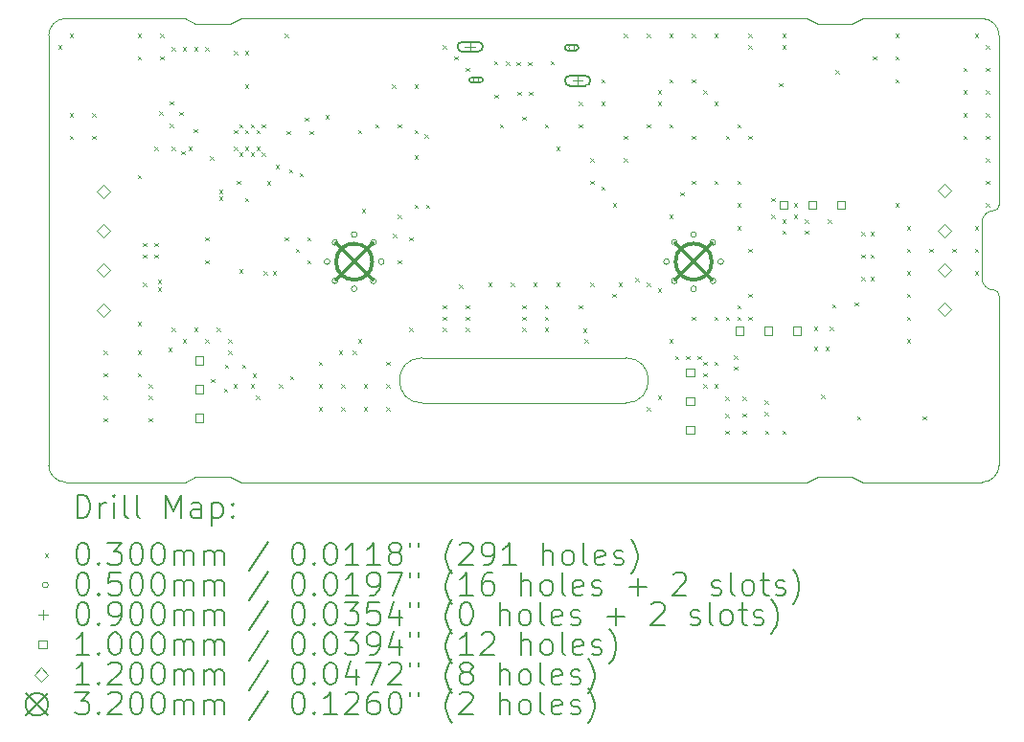
<source format=gbr>
%TF.GenerationSoftware,KiCad,Pcbnew,6.0.11+dfsg-1*%
%TF.ProjectId,project,70726f6a-6563-4742-9e6b-696361645f70,rev?*%
%TF.SameCoordinates,Original*%
%TF.FileFunction,Drillmap*%
%TF.FilePolarity,Positive*%
%FSLAX45Y45*%
G04 Gerber Fmt 4.5, Leading zero omitted, Abs format (unit mm)*
%MOMM*%
%LPD*%
G01*
G04 APERTURE LIST*
%ADD10C,0.100000*%
%ADD11C,0.200000*%
%ADD12C,0.030000*%
%ADD13C,0.050000*%
%ADD14C,0.090000*%
%ADD15C,0.120000*%
%ADD16C,0.320000*%
G04 APERTURE END LIST*
D10*
X19726250Y-11403750D02*
X19826250Y-11353750D01*
X14226250Y-15403750D02*
X14326250Y-15453750D01*
X17726250Y-14753750D02*
G75*
G03*
X17726250Y-14353750I0J200000D01*
G01*
X13926250Y-15403750D02*
X14226250Y-15403750D01*
X19426250Y-15403750D02*
X19726250Y-15403750D01*
X20876250Y-13153750D02*
X20876250Y-13653750D01*
X13926250Y-11403750D02*
X14226250Y-11403750D01*
X20876250Y-15453750D02*
G75*
G03*
X21026250Y-15303750I0J150000D01*
G01*
X14226250Y-11403750D02*
X14326250Y-11353750D01*
X20876250Y-13653750D02*
G75*
G03*
X20976250Y-13753750I100000J0D01*
G01*
X19826250Y-11353750D02*
X20876250Y-11353750D01*
X20976250Y-13053750D02*
G75*
G03*
X20876250Y-13153750I0J-100000D01*
G01*
X13826250Y-11353750D02*
X12776250Y-11353750D01*
X12626250Y-15303750D02*
X12626250Y-11503750D01*
X21026250Y-13803750D02*
X21026250Y-15303750D01*
X12776250Y-11353750D02*
G75*
G03*
X12626250Y-11503750I0J-150000D01*
G01*
X19826250Y-15453750D02*
X20876250Y-15453750D01*
X19726250Y-15403750D02*
X19826250Y-15453750D01*
X19426250Y-11403750D02*
X19726250Y-11403750D01*
X21026250Y-13803750D02*
G75*
G03*
X20976250Y-13753750I-50000J0D01*
G01*
X13826250Y-15453750D02*
X12776250Y-15453750D01*
X13926250Y-11403750D02*
X13826250Y-11353750D01*
X17726250Y-14753750D02*
X15926250Y-14753750D01*
X12626250Y-15303750D02*
G75*
G03*
X12776250Y-15453750I150000J0D01*
G01*
X15926250Y-14353750D02*
X17726250Y-14353750D01*
X13926250Y-15403750D02*
X13826250Y-15453750D01*
X20976250Y-13053750D02*
G75*
G03*
X21026250Y-13003750I0J50000D01*
G01*
X21026250Y-13003750D02*
X21026250Y-11503750D01*
X15926250Y-14353750D02*
G75*
G03*
X15926250Y-14753750I0J-200000D01*
G01*
X14326250Y-11353750D02*
X19326250Y-11353750D01*
X21026250Y-11503750D02*
G75*
G03*
X20876250Y-11353750I-150000J0D01*
G01*
X19426250Y-15403750D02*
X19326250Y-15453750D01*
X19426250Y-11403750D02*
X19326250Y-11353750D01*
X19326250Y-15453750D02*
X14326250Y-15453750D01*
D11*
D12*
X12711250Y-11588750D02*
X12741250Y-11618750D01*
X12741250Y-11588750D02*
X12711250Y-11618750D01*
X12811250Y-11488750D02*
X12841250Y-11518750D01*
X12841250Y-11488750D02*
X12811250Y-11518750D01*
X12811250Y-12188750D02*
X12841250Y-12218750D01*
X12841250Y-12188750D02*
X12811250Y-12218750D01*
X12811250Y-12388750D02*
X12841250Y-12418750D01*
X12841250Y-12388750D02*
X12811250Y-12418750D01*
X13011250Y-12188750D02*
X13041250Y-12218750D01*
X13041250Y-12188750D02*
X13011250Y-12218750D01*
X13011250Y-12388750D02*
X13041250Y-12418750D01*
X13041250Y-12388750D02*
X13011250Y-12418750D01*
X13111250Y-14288750D02*
X13141250Y-14318750D01*
X13141250Y-14288750D02*
X13111250Y-14318750D01*
X13111250Y-14488750D02*
X13141250Y-14518750D01*
X13141250Y-14488750D02*
X13111250Y-14518750D01*
X13111250Y-14688750D02*
X13141250Y-14718750D01*
X13141250Y-14688750D02*
X13111250Y-14718750D01*
X13111250Y-14888750D02*
X13141250Y-14918750D01*
X13141250Y-14888750D02*
X13111250Y-14918750D01*
X13411250Y-11488750D02*
X13441250Y-11518750D01*
X13441250Y-11488750D02*
X13411250Y-11518750D01*
X13411250Y-11688750D02*
X13441250Y-11718750D01*
X13441250Y-11688750D02*
X13411250Y-11718750D01*
X13411250Y-12738750D02*
X13441250Y-12768750D01*
X13441250Y-12738750D02*
X13411250Y-12768750D01*
X13411250Y-14038750D02*
X13441250Y-14068750D01*
X13441250Y-14038750D02*
X13411250Y-14068750D01*
X13411250Y-14288750D02*
X13441250Y-14318750D01*
X13441250Y-14288750D02*
X13411250Y-14318750D01*
X13411250Y-14488750D02*
X13441250Y-14518750D01*
X13441250Y-14488750D02*
X13411250Y-14518750D01*
X13461250Y-13338750D02*
X13491250Y-13368750D01*
X13491250Y-13338750D02*
X13461250Y-13368750D01*
X13461250Y-13438750D02*
X13491250Y-13468750D01*
X13491250Y-13438750D02*
X13461250Y-13468750D01*
X13461250Y-13688750D02*
X13491250Y-13718750D01*
X13491250Y-13688750D02*
X13461250Y-13718750D01*
X13511250Y-14588750D02*
X13541250Y-14618750D01*
X13541250Y-14588750D02*
X13511250Y-14618750D01*
X13511250Y-14688750D02*
X13541250Y-14718750D01*
X13541250Y-14688750D02*
X13511250Y-14718750D01*
X13511250Y-14888750D02*
X13541250Y-14918750D01*
X13541250Y-14888750D02*
X13511250Y-14918750D01*
X13561250Y-12488750D02*
X13591250Y-12518750D01*
X13591250Y-12488750D02*
X13561250Y-12518750D01*
X13561250Y-13338750D02*
X13591250Y-13368750D01*
X13591250Y-13338750D02*
X13561250Y-13368750D01*
X13561250Y-13438750D02*
X13591250Y-13468750D01*
X13591250Y-13438750D02*
X13561250Y-13468750D01*
X13591300Y-13663800D02*
X13621300Y-13693800D01*
X13621300Y-13663800D02*
X13591300Y-13693800D01*
X13591300Y-13733750D02*
X13621300Y-13763750D01*
X13621300Y-13733750D02*
X13591300Y-13763750D01*
X13605000Y-12175000D02*
X13635000Y-12205000D01*
X13635000Y-12175000D02*
X13605000Y-12205000D01*
X13611250Y-11488750D02*
X13641250Y-11518750D01*
X13641250Y-11488750D02*
X13611250Y-11518750D01*
X13611250Y-11688750D02*
X13641250Y-11718750D01*
X13641250Y-11688750D02*
X13611250Y-11718750D01*
X13683750Y-14263750D02*
X13713750Y-14293750D01*
X13713750Y-14263750D02*
X13683750Y-14293750D01*
X13695000Y-12085000D02*
X13725000Y-12115000D01*
X13725000Y-12085000D02*
X13695000Y-12115000D01*
X13695000Y-12285000D02*
X13725000Y-12315000D01*
X13725000Y-12285000D02*
X13695000Y-12315000D01*
X13711250Y-11608750D02*
X13741250Y-11638750D01*
X13741250Y-11608750D02*
X13711250Y-11638750D01*
X13711250Y-12488750D02*
X13741250Y-12518750D01*
X13741250Y-12488750D02*
X13711250Y-12518750D01*
X13711250Y-14088750D02*
X13741250Y-14118750D01*
X13741250Y-14088750D02*
X13711250Y-14118750D01*
X13781250Y-12178750D02*
X13811250Y-12208750D01*
X13811250Y-12178750D02*
X13781250Y-12208750D01*
X13796850Y-12524350D02*
X13826850Y-12554350D01*
X13826850Y-12524350D02*
X13796850Y-12554350D01*
X13811250Y-11608750D02*
X13841250Y-11638750D01*
X13841250Y-11608750D02*
X13811250Y-11638750D01*
X13811250Y-14188750D02*
X13841250Y-14218750D01*
X13841250Y-14188750D02*
X13811250Y-14218750D01*
X13861250Y-12488750D02*
X13891250Y-12518750D01*
X13891250Y-12488750D02*
X13861250Y-12518750D01*
X13909896Y-12330050D02*
X13939896Y-12360050D01*
X13939896Y-12330050D02*
X13909896Y-12360050D01*
X13911250Y-11608750D02*
X13941250Y-11638750D01*
X13941250Y-11608750D02*
X13911250Y-11638750D01*
X13911250Y-14088750D02*
X13941250Y-14118750D01*
X13941250Y-14088750D02*
X13911250Y-14118750D01*
X14011250Y-11608750D02*
X14041250Y-11638750D01*
X14041250Y-11608750D02*
X14011250Y-11638750D01*
X14011250Y-13288750D02*
X14041250Y-13318750D01*
X14041250Y-13288750D02*
X14011250Y-13318750D01*
X14011250Y-13488750D02*
X14041250Y-13518750D01*
X14041250Y-13488750D02*
X14011250Y-13518750D01*
X14011250Y-14188750D02*
X14041250Y-14218750D01*
X14041250Y-14188750D02*
X14011250Y-14218750D01*
X14049867Y-12569950D02*
X14079867Y-12599950D01*
X14079867Y-12569950D02*
X14049867Y-12599950D01*
X14058750Y-14538750D02*
X14088750Y-14568750D01*
X14088750Y-14538750D02*
X14058750Y-14568750D01*
X14111250Y-14088750D02*
X14141250Y-14118750D01*
X14141250Y-14088750D02*
X14111250Y-14118750D01*
X14131250Y-12868750D02*
X14161250Y-12898750D01*
X14161250Y-12868750D02*
X14131250Y-12898750D01*
X14131250Y-12928750D02*
X14161250Y-12958750D01*
X14161250Y-12928750D02*
X14131250Y-12958750D01*
X14173663Y-14623837D02*
X14203663Y-14653837D01*
X14203663Y-14623837D02*
X14173663Y-14653837D01*
X14181250Y-14413750D02*
X14211250Y-14443750D01*
X14211250Y-14413750D02*
X14181250Y-14443750D01*
X14211250Y-14188750D02*
X14241250Y-14218750D01*
X14241250Y-14188750D02*
X14211250Y-14218750D01*
X14211250Y-14288750D02*
X14241250Y-14318750D01*
X14241250Y-14288750D02*
X14211250Y-14318750D01*
X14258750Y-14588750D02*
X14288750Y-14618750D01*
X14288750Y-14588750D02*
X14258750Y-14618750D01*
X14261250Y-11638750D02*
X14291250Y-11668750D01*
X14291250Y-11638750D02*
X14261250Y-11668750D01*
X14261250Y-12338750D02*
X14291250Y-12368750D01*
X14291250Y-12338750D02*
X14261250Y-12368750D01*
X14261250Y-12488750D02*
X14291250Y-12518750D01*
X14291250Y-12488750D02*
X14261250Y-12518750D01*
X14290050Y-12788750D02*
X14320050Y-12818750D01*
X14320050Y-12788750D02*
X14290050Y-12818750D01*
X14308250Y-13568750D02*
X14338250Y-13598750D01*
X14338250Y-13568750D02*
X14308250Y-13598750D01*
X14311250Y-12288750D02*
X14341250Y-12318750D01*
X14341250Y-12288750D02*
X14311250Y-12318750D01*
X14311250Y-12538750D02*
X14341250Y-12568750D01*
X14341250Y-12538750D02*
X14311250Y-12568750D01*
X14333750Y-14413750D02*
X14363750Y-14443750D01*
X14363750Y-14413750D02*
X14333750Y-14443750D01*
X14361250Y-11638750D02*
X14391250Y-11668750D01*
X14391250Y-11638750D02*
X14361250Y-11668750D01*
X14361250Y-11938750D02*
X14391250Y-11968750D01*
X14391250Y-11938750D02*
X14361250Y-11968750D01*
X14361250Y-12338750D02*
X14391250Y-12368750D01*
X14391250Y-12338750D02*
X14361250Y-12368750D01*
X14361250Y-12488750D02*
X14391250Y-12518750D01*
X14391250Y-12488750D02*
X14361250Y-12518750D01*
X14361250Y-12938750D02*
X14391250Y-12968750D01*
X14391250Y-12938750D02*
X14361250Y-12968750D01*
X14411250Y-12288750D02*
X14441250Y-12318750D01*
X14441250Y-12288750D02*
X14411250Y-12318750D01*
X14411250Y-12538750D02*
X14441250Y-12568750D01*
X14441250Y-12538750D02*
X14411250Y-12568750D01*
X14412500Y-14585000D02*
X14442500Y-14615000D01*
X14442500Y-14585000D02*
X14412500Y-14615000D01*
X14428750Y-14493750D02*
X14458750Y-14523750D01*
X14458750Y-14493750D02*
X14428750Y-14523750D01*
X14458750Y-14688750D02*
X14488750Y-14718750D01*
X14488750Y-14688750D02*
X14458750Y-14718750D01*
X14461250Y-12338750D02*
X14491250Y-12368750D01*
X14491250Y-12338750D02*
X14461250Y-12368750D01*
X14461250Y-12488750D02*
X14491250Y-12518750D01*
X14491250Y-12488750D02*
X14461250Y-12518750D01*
X14511250Y-12288750D02*
X14541250Y-12318750D01*
X14541250Y-12288750D02*
X14511250Y-12318750D01*
X14511250Y-12538750D02*
X14541250Y-12568750D01*
X14541250Y-12538750D02*
X14511250Y-12568750D01*
X14528250Y-13588750D02*
X14558250Y-13618750D01*
X14558250Y-13588750D02*
X14528250Y-13618750D01*
X14556040Y-12793960D02*
X14586040Y-12823960D01*
X14586040Y-12793960D02*
X14556040Y-12823960D01*
X14608250Y-13588750D02*
X14638250Y-13618750D01*
X14638250Y-13588750D02*
X14608250Y-13618750D01*
X14631250Y-12648750D02*
X14661250Y-12678750D01*
X14661250Y-12648750D02*
X14631250Y-12678750D01*
X14662500Y-14585000D02*
X14692500Y-14615000D01*
X14692500Y-14585000D02*
X14662500Y-14615000D01*
X14711250Y-11488750D02*
X14741250Y-11518750D01*
X14741250Y-11488750D02*
X14711250Y-11518750D01*
X14711250Y-13288750D02*
X14741250Y-13318750D01*
X14741250Y-13288750D02*
X14711250Y-13318750D01*
X14731250Y-12348750D02*
X14761250Y-12378750D01*
X14761250Y-12348750D02*
X14731250Y-12378750D01*
X14751178Y-12687602D02*
X14781178Y-12717602D01*
X14781178Y-12687602D02*
X14751178Y-12717602D01*
X14758750Y-14513750D02*
X14788750Y-14543750D01*
X14788750Y-14513750D02*
X14758750Y-14543750D01*
X14811250Y-13388750D02*
X14841250Y-13418750D01*
X14841250Y-13388750D02*
X14811250Y-13418750D01*
X14842450Y-12719950D02*
X14872450Y-12749950D01*
X14872450Y-12719950D02*
X14842450Y-12749950D01*
X14891250Y-12228750D02*
X14921250Y-12258750D01*
X14921250Y-12228750D02*
X14891250Y-12258750D01*
X14911250Y-13288750D02*
X14941250Y-13318750D01*
X14941250Y-13288750D02*
X14911250Y-13318750D01*
X14911250Y-13488750D02*
X14941250Y-13518750D01*
X14941250Y-13488750D02*
X14911250Y-13518750D01*
X14931250Y-12348750D02*
X14961250Y-12378750D01*
X14961250Y-12348750D02*
X14931250Y-12378750D01*
X15011250Y-14388750D02*
X15041250Y-14418750D01*
X15041250Y-14388750D02*
X15011250Y-14418750D01*
X15011250Y-14588750D02*
X15041250Y-14618750D01*
X15041250Y-14588750D02*
X15011250Y-14618750D01*
X15011250Y-14788750D02*
X15041250Y-14818750D01*
X15041250Y-14788750D02*
X15011250Y-14818750D01*
X15071250Y-12208750D02*
X15101250Y-12238750D01*
X15101250Y-12208750D02*
X15071250Y-12238750D01*
X15191023Y-14289204D02*
X15221023Y-14319204D01*
X15221023Y-14289204D02*
X15191023Y-14319204D01*
X15211250Y-14588750D02*
X15241250Y-14618750D01*
X15241250Y-14588750D02*
X15211250Y-14618750D01*
X15211250Y-14788750D02*
X15241250Y-14818750D01*
X15241250Y-14788750D02*
X15211250Y-14818750D01*
X15311250Y-14288750D02*
X15341250Y-14318750D01*
X15341250Y-14288750D02*
X15311250Y-14318750D01*
X15361250Y-12338750D02*
X15391250Y-12368750D01*
X15391250Y-12338750D02*
X15361250Y-12368750D01*
X15361250Y-14188750D02*
X15391250Y-14218750D01*
X15391250Y-14188750D02*
X15361250Y-14218750D01*
X15393750Y-13038800D02*
X15423750Y-13068800D01*
X15423750Y-13038800D02*
X15393750Y-13068800D01*
X15411250Y-14588750D02*
X15441250Y-14618750D01*
X15441250Y-14588750D02*
X15411250Y-14618750D01*
X15411250Y-14788750D02*
X15441250Y-14818750D01*
X15441250Y-14788750D02*
X15411250Y-14818750D01*
X15511250Y-12288750D02*
X15541250Y-12318750D01*
X15541250Y-12288750D02*
X15511250Y-12318750D01*
X15611250Y-14388750D02*
X15641250Y-14418750D01*
X15641250Y-14388750D02*
X15611250Y-14418750D01*
X15611250Y-14588750D02*
X15641250Y-14618750D01*
X15641250Y-14588750D02*
X15611250Y-14618750D01*
X15611250Y-14788750D02*
X15641250Y-14818750D01*
X15641250Y-14788750D02*
X15611250Y-14818750D01*
X15661250Y-11938750D02*
X15691250Y-11968750D01*
X15691250Y-11938750D02*
X15661250Y-11968750D01*
X15671250Y-13258700D02*
X15701250Y-13288700D01*
X15701250Y-13258700D02*
X15671250Y-13288700D01*
X15711250Y-12288750D02*
X15741250Y-12318750D01*
X15741250Y-12288750D02*
X15711250Y-12318750D01*
X15711250Y-13088750D02*
X15741250Y-13118750D01*
X15741250Y-13088750D02*
X15711250Y-13118750D01*
X15711250Y-13488750D02*
X15741250Y-13518750D01*
X15741250Y-13488750D02*
X15711250Y-13518750D01*
X15811250Y-13288750D02*
X15841250Y-13318750D01*
X15841250Y-13288750D02*
X15811250Y-13318750D01*
X15811250Y-14088750D02*
X15841250Y-14118750D01*
X15841250Y-14088750D02*
X15811250Y-14118750D01*
X15861250Y-11938750D02*
X15891250Y-11968750D01*
X15891250Y-11938750D02*
X15861250Y-11968750D01*
X15861250Y-12338750D02*
X15891250Y-12368750D01*
X15891250Y-12338750D02*
X15861250Y-12368750D01*
X15861250Y-12563200D02*
X15891250Y-12593200D01*
X15891250Y-12563200D02*
X15861250Y-12593200D01*
X15861250Y-12998700D02*
X15891250Y-13028700D01*
X15891250Y-12998700D02*
X15861250Y-13028700D01*
X15949750Y-12377250D02*
X15979750Y-12407250D01*
X15979750Y-12377250D02*
X15949750Y-12407250D01*
X15961250Y-12998700D02*
X15991250Y-13028700D01*
X15991250Y-12998700D02*
X15961250Y-13028700D01*
X16111250Y-11588750D02*
X16141250Y-11618750D01*
X16141250Y-11588750D02*
X16111250Y-11618750D01*
X16111250Y-13888750D02*
X16141250Y-13918750D01*
X16141250Y-13888750D02*
X16111250Y-13918750D01*
X16111250Y-13988750D02*
X16141250Y-14018750D01*
X16141250Y-13988750D02*
X16111250Y-14018750D01*
X16111250Y-14088750D02*
X16141250Y-14118750D01*
X16141250Y-14088750D02*
X16111250Y-14118750D01*
X16211250Y-11688750D02*
X16241250Y-11718750D01*
X16241250Y-11688750D02*
X16211250Y-11718750D01*
X16251250Y-13708750D02*
X16281250Y-13738750D01*
X16281250Y-13708750D02*
X16251250Y-13738750D01*
X16311250Y-11788750D02*
X16341250Y-11818750D01*
X16341250Y-11788750D02*
X16311250Y-11818750D01*
X16311250Y-13888750D02*
X16341250Y-13918750D01*
X16341250Y-13888750D02*
X16311250Y-13918750D01*
X16311250Y-13988750D02*
X16341250Y-14018750D01*
X16341250Y-13988750D02*
X16311250Y-14018750D01*
X16311250Y-14088750D02*
X16341250Y-14118750D01*
X16341250Y-14088750D02*
X16311250Y-14118750D01*
X16511250Y-13688750D02*
X16541250Y-13718750D01*
X16541250Y-13688750D02*
X16511250Y-13718750D01*
X16561250Y-11728750D02*
X16591250Y-11758750D01*
X16591250Y-11728750D02*
X16561250Y-11758750D01*
X16565000Y-12025283D02*
X16595000Y-12055283D01*
X16595000Y-12025283D02*
X16565000Y-12055283D01*
X16611250Y-12288750D02*
X16641250Y-12318750D01*
X16641250Y-12288750D02*
X16611250Y-12318750D01*
X16666788Y-11734288D02*
X16696788Y-11764288D01*
X16696788Y-11734288D02*
X16666788Y-11764288D01*
X16711250Y-13688750D02*
X16741250Y-13718750D01*
X16741250Y-13688750D02*
X16711250Y-13718750D01*
X16761250Y-11738750D02*
X16791250Y-11768750D01*
X16791250Y-11738750D02*
X16761250Y-11768750D01*
X16771788Y-11999288D02*
X16801788Y-12029288D01*
X16801788Y-11999288D02*
X16771788Y-12029288D01*
X16811250Y-12218750D02*
X16841250Y-12248750D01*
X16841250Y-12218750D02*
X16811250Y-12248750D01*
X16811250Y-13888750D02*
X16841250Y-13918750D01*
X16841250Y-13888750D02*
X16811250Y-13918750D01*
X16811250Y-13988750D02*
X16841250Y-14018750D01*
X16841250Y-13988750D02*
X16811250Y-14018750D01*
X16811250Y-14088750D02*
X16841250Y-14118750D01*
X16841250Y-14088750D02*
X16811250Y-14118750D01*
X16861250Y-11738750D02*
X16891250Y-11768750D01*
X16891250Y-11738750D02*
X16861250Y-11768750D01*
X16871250Y-11998750D02*
X16901250Y-12028750D01*
X16901250Y-11998750D02*
X16871250Y-12028750D01*
X16911250Y-13688750D02*
X16941250Y-13718750D01*
X16941250Y-13688750D02*
X16911250Y-13718750D01*
X17011250Y-12288750D02*
X17041250Y-12318750D01*
X17041250Y-12288750D02*
X17011250Y-12318750D01*
X17011250Y-13888750D02*
X17041250Y-13918750D01*
X17041250Y-13888750D02*
X17011250Y-13918750D01*
X17011250Y-13988750D02*
X17041250Y-14018750D01*
X17041250Y-13988750D02*
X17011250Y-14018750D01*
X17011250Y-14088750D02*
X17041250Y-14118750D01*
X17041250Y-14088750D02*
X17011250Y-14118750D01*
X17061250Y-11728750D02*
X17091250Y-11758750D01*
X17091250Y-11728750D02*
X17061250Y-11758750D01*
X17111250Y-12488750D02*
X17141250Y-12518750D01*
X17141250Y-12488750D02*
X17111250Y-12518750D01*
X17111250Y-13688750D02*
X17141250Y-13718750D01*
X17141250Y-13688750D02*
X17111250Y-13718750D01*
X17311250Y-12088750D02*
X17341250Y-12118750D01*
X17341250Y-12088750D02*
X17311250Y-12118750D01*
X17311250Y-12288750D02*
X17341250Y-12318750D01*
X17341250Y-12288750D02*
X17311250Y-12318750D01*
X17311250Y-13888750D02*
X17341250Y-13918750D01*
X17341250Y-13888750D02*
X17311250Y-13918750D01*
X17351300Y-14097665D02*
X17381300Y-14127665D01*
X17381300Y-14097665D02*
X17351300Y-14127665D01*
X17361250Y-14188750D02*
X17391250Y-14218750D01*
X17391250Y-14188750D02*
X17361250Y-14218750D01*
X17411250Y-12588750D02*
X17441250Y-12618750D01*
X17441250Y-12588750D02*
X17411250Y-12618750D01*
X17411250Y-12788750D02*
X17441250Y-12818750D01*
X17441250Y-12788750D02*
X17411250Y-12818750D01*
X17411250Y-13688750D02*
X17441250Y-13718750D01*
X17441250Y-13688750D02*
X17411250Y-13718750D01*
X17511250Y-11888750D02*
X17541250Y-11918750D01*
X17541250Y-11888750D02*
X17511250Y-11918750D01*
X17511250Y-12088750D02*
X17541250Y-12118750D01*
X17541250Y-12088750D02*
X17511250Y-12118750D01*
X17511250Y-12838750D02*
X17541250Y-12868750D01*
X17541250Y-12838750D02*
X17511250Y-12868750D01*
X17608356Y-13785856D02*
X17638356Y-13815856D01*
X17638356Y-13785856D02*
X17608356Y-13815856D01*
X17611250Y-12988750D02*
X17641250Y-13018750D01*
X17641250Y-12988750D02*
X17611250Y-13018750D01*
X17661250Y-13688750D02*
X17691250Y-13718750D01*
X17691250Y-13688750D02*
X17661250Y-13718750D01*
X17711250Y-11488750D02*
X17741250Y-11518750D01*
X17741250Y-11488750D02*
X17711250Y-11518750D01*
X17711250Y-12388750D02*
X17741250Y-12418750D01*
X17741250Y-12388750D02*
X17711250Y-12418750D01*
X17711250Y-12588750D02*
X17741250Y-12618750D01*
X17741250Y-12588750D02*
X17711250Y-12618750D01*
X17811250Y-13648750D02*
X17841250Y-13678750D01*
X17841250Y-13648750D02*
X17811250Y-13678750D01*
X17911250Y-11488750D02*
X17941250Y-11518750D01*
X17941250Y-11488750D02*
X17911250Y-11518750D01*
X17911250Y-12288750D02*
X17941250Y-12318750D01*
X17941250Y-12288750D02*
X17911250Y-12318750D01*
X17911250Y-13688750D02*
X17941250Y-13718750D01*
X17941250Y-13688750D02*
X17911250Y-13718750D01*
X17911250Y-14788750D02*
X17941250Y-14818750D01*
X17941250Y-14788750D02*
X17911250Y-14818750D01*
X18011250Y-11988750D02*
X18041250Y-12018750D01*
X18041250Y-11988750D02*
X18011250Y-12018750D01*
X18011250Y-12088750D02*
X18041250Y-12118750D01*
X18041250Y-12088750D02*
X18011250Y-12118750D01*
X18011250Y-13738750D02*
X18041250Y-13768750D01*
X18041250Y-13738750D02*
X18011250Y-13768750D01*
X18011250Y-14688750D02*
X18041250Y-14718750D01*
X18041250Y-14688750D02*
X18011250Y-14718750D01*
X18111250Y-11488750D02*
X18141250Y-11518750D01*
X18141250Y-11488750D02*
X18111250Y-11518750D01*
X18111250Y-11888750D02*
X18141250Y-11918750D01*
X18141250Y-11888750D02*
X18111250Y-11918750D01*
X18111250Y-12288750D02*
X18141250Y-12318750D01*
X18141250Y-12288750D02*
X18111250Y-12318750D01*
X18111250Y-13088750D02*
X18141250Y-13118750D01*
X18141250Y-13088750D02*
X18111250Y-13118750D01*
X18111250Y-14188750D02*
X18141250Y-14218750D01*
X18141250Y-14188750D02*
X18111250Y-14218750D01*
X18161250Y-14338750D02*
X18191250Y-14368750D01*
X18191250Y-14338750D02*
X18161250Y-14368750D01*
X18211250Y-12888750D02*
X18241250Y-12918750D01*
X18241250Y-12888750D02*
X18211250Y-12918750D01*
X18261250Y-14338750D02*
X18291250Y-14368750D01*
X18291250Y-14338750D02*
X18261250Y-14368750D01*
X18311250Y-11488750D02*
X18341250Y-11518750D01*
X18341250Y-11488750D02*
X18311250Y-11518750D01*
X18311250Y-11888750D02*
X18341250Y-11918750D01*
X18341250Y-11888750D02*
X18311250Y-11918750D01*
X18311250Y-12388750D02*
X18341250Y-12418750D01*
X18341250Y-12388750D02*
X18311250Y-12418750D01*
X18311250Y-12788750D02*
X18341250Y-12818750D01*
X18341250Y-12788750D02*
X18311250Y-12818750D01*
X18311250Y-13988750D02*
X18341250Y-14018750D01*
X18341250Y-13988750D02*
X18311250Y-14018750D01*
X18361250Y-14338750D02*
X18391250Y-14368750D01*
X18391250Y-14338750D02*
X18361250Y-14368750D01*
X18411250Y-11988750D02*
X18441250Y-12018750D01*
X18441250Y-11988750D02*
X18411250Y-12018750D01*
X18411250Y-14388750D02*
X18441250Y-14418750D01*
X18441250Y-14388750D02*
X18411250Y-14418750D01*
X18411250Y-14488750D02*
X18441250Y-14518750D01*
X18441250Y-14488750D02*
X18411250Y-14518750D01*
X18411250Y-14588750D02*
X18441250Y-14618750D01*
X18441250Y-14588750D02*
X18411250Y-14618750D01*
X18511250Y-11488750D02*
X18541250Y-11518750D01*
X18541250Y-11488750D02*
X18511250Y-11518750D01*
X18511250Y-12088750D02*
X18541250Y-12118750D01*
X18541250Y-12088750D02*
X18511250Y-12118750D01*
X18511250Y-12788750D02*
X18541250Y-12818750D01*
X18541250Y-12788750D02*
X18511250Y-12818750D01*
X18511250Y-13988750D02*
X18541250Y-14018750D01*
X18541250Y-13988750D02*
X18511250Y-14018750D01*
X18511250Y-14388750D02*
X18541250Y-14418750D01*
X18541250Y-14388750D02*
X18511250Y-14418750D01*
X18511250Y-14588750D02*
X18541250Y-14618750D01*
X18541250Y-14588750D02*
X18511250Y-14618750D01*
X18608750Y-14698750D02*
X18638750Y-14728750D01*
X18638750Y-14698750D02*
X18608750Y-14728750D01*
X18608750Y-14848750D02*
X18638750Y-14878750D01*
X18638750Y-14848750D02*
X18608750Y-14878750D01*
X18608750Y-14998750D02*
X18638750Y-15028750D01*
X18638750Y-14998750D02*
X18608750Y-15028750D01*
X18611250Y-12388750D02*
X18641250Y-12418750D01*
X18641250Y-12388750D02*
X18611250Y-12418750D01*
X18611250Y-13988750D02*
X18641250Y-14018750D01*
X18641250Y-13988750D02*
X18611250Y-14018750D01*
X18684908Y-14330803D02*
X18714908Y-14360803D01*
X18714908Y-14330803D02*
X18684908Y-14360803D01*
X18684908Y-14430803D02*
X18714908Y-14460803D01*
X18714908Y-14430803D02*
X18684908Y-14460803D01*
X18711250Y-12288750D02*
X18741250Y-12318750D01*
X18741250Y-12288750D02*
X18711250Y-12318750D01*
X18711250Y-12788750D02*
X18741250Y-12818750D01*
X18741250Y-12788750D02*
X18711250Y-12818750D01*
X18711250Y-12988750D02*
X18741250Y-13018750D01*
X18741250Y-12988750D02*
X18711250Y-13018750D01*
X18711250Y-13188750D02*
X18741250Y-13218750D01*
X18741250Y-13188750D02*
X18711250Y-13218750D01*
X18711250Y-13888750D02*
X18741250Y-13918750D01*
X18741250Y-13888750D02*
X18711250Y-13918750D01*
X18711250Y-13988750D02*
X18741250Y-14018750D01*
X18741250Y-13988750D02*
X18711250Y-14018750D01*
X18758750Y-14698750D02*
X18788750Y-14728750D01*
X18788750Y-14698750D02*
X18758750Y-14728750D01*
X18758750Y-14845803D02*
X18788750Y-14875803D01*
X18788750Y-14845803D02*
X18758750Y-14875803D01*
X18758750Y-14998750D02*
X18788750Y-15028750D01*
X18788750Y-14998750D02*
X18758750Y-15028750D01*
X18811250Y-11488750D02*
X18841250Y-11518750D01*
X18841250Y-11488750D02*
X18811250Y-11518750D01*
X18811250Y-11588750D02*
X18841250Y-11618750D01*
X18841250Y-11588750D02*
X18811250Y-11618750D01*
X18811250Y-12388750D02*
X18841250Y-12418750D01*
X18841250Y-12388750D02*
X18811250Y-12418750D01*
X18811250Y-13388750D02*
X18841250Y-13418750D01*
X18841250Y-13388750D02*
X18811250Y-13418750D01*
X18811250Y-13788750D02*
X18841250Y-13818750D01*
X18841250Y-13788750D02*
X18811250Y-13818750D01*
X18811250Y-13988750D02*
X18841250Y-14018750D01*
X18841250Y-13988750D02*
X18811250Y-14018750D01*
X18954908Y-14730803D02*
X18984908Y-14760803D01*
X18984908Y-14730803D02*
X18954908Y-14760803D01*
X18954908Y-14830803D02*
X18984908Y-14860803D01*
X18984908Y-14830803D02*
X18954908Y-14860803D01*
X18958750Y-14998750D02*
X18988750Y-15028750D01*
X18988750Y-14998750D02*
X18958750Y-15028750D01*
X19011250Y-12938750D02*
X19041250Y-12968750D01*
X19041250Y-12938750D02*
X19011250Y-12968750D01*
X19011250Y-13088750D02*
X19041250Y-13118750D01*
X19041250Y-13088750D02*
X19011250Y-13118750D01*
X19082250Y-11925250D02*
X19112250Y-11955250D01*
X19112250Y-11925250D02*
X19082250Y-11955250D01*
X19108750Y-14998750D02*
X19138750Y-15028750D01*
X19138750Y-14998750D02*
X19108750Y-15028750D01*
X19111250Y-11488750D02*
X19141250Y-11518750D01*
X19141250Y-11488750D02*
X19111250Y-11518750D01*
X19111250Y-11588750D02*
X19141250Y-11618750D01*
X19141250Y-11588750D02*
X19111250Y-11618750D01*
X19111250Y-13128750D02*
X19141250Y-13158750D01*
X19141250Y-13128750D02*
X19111250Y-13158750D01*
X19111250Y-13228750D02*
X19141250Y-13258750D01*
X19141250Y-13228750D02*
X19111250Y-13258750D01*
X19211250Y-12988750D02*
X19241250Y-13018750D01*
X19241250Y-12988750D02*
X19211250Y-13018750D01*
X19211250Y-13088750D02*
X19241250Y-13118750D01*
X19241250Y-13088750D02*
X19211250Y-13118750D01*
X19311250Y-13128750D02*
X19341250Y-13158750D01*
X19341250Y-13128750D02*
X19311250Y-13158750D01*
X19311250Y-13228750D02*
X19341250Y-13258750D01*
X19341250Y-13228750D02*
X19311250Y-13258750D01*
X19391250Y-14078750D02*
X19421250Y-14108750D01*
X19421250Y-14078750D02*
X19391250Y-14108750D01*
X19391250Y-14258750D02*
X19421250Y-14288750D01*
X19421250Y-14258750D02*
X19391250Y-14288750D01*
X19454908Y-14680803D02*
X19484908Y-14710803D01*
X19484908Y-14680803D02*
X19454908Y-14710803D01*
X19491250Y-14258750D02*
X19521250Y-14288750D01*
X19521250Y-14258750D02*
X19491250Y-14288750D01*
X19511250Y-13128750D02*
X19541250Y-13158750D01*
X19541250Y-13128750D02*
X19511250Y-13158750D01*
X19531250Y-14078750D02*
X19561250Y-14108750D01*
X19561250Y-14078750D02*
X19531250Y-14108750D01*
X19551250Y-13878750D02*
X19581250Y-13908750D01*
X19581250Y-13878750D02*
X19551250Y-13908750D01*
X19578750Y-11808750D02*
X19608750Y-11838750D01*
X19608750Y-11808750D02*
X19578750Y-11838750D01*
X19748750Y-13861250D02*
X19778750Y-13891250D01*
X19778750Y-13861250D02*
X19748750Y-13891250D01*
X19771250Y-14868750D02*
X19801250Y-14898750D01*
X19801250Y-14868750D02*
X19771250Y-14898750D01*
X19811250Y-13238750D02*
X19841250Y-13268750D01*
X19841250Y-13238750D02*
X19811250Y-13268750D01*
X19811250Y-13438750D02*
X19841250Y-13468750D01*
X19841250Y-13438750D02*
X19811250Y-13468750D01*
X19811250Y-13638750D02*
X19841250Y-13668750D01*
X19841250Y-13638750D02*
X19811250Y-13668750D01*
X19891250Y-13238750D02*
X19921250Y-13268750D01*
X19921250Y-13238750D02*
X19891250Y-13268750D01*
X19891250Y-13438750D02*
X19921250Y-13468750D01*
X19921250Y-13438750D02*
X19891250Y-13468750D01*
X19891250Y-13638750D02*
X19921250Y-13668750D01*
X19921250Y-13638750D02*
X19891250Y-13668750D01*
X19911250Y-11688750D02*
X19941250Y-11718750D01*
X19941250Y-11688750D02*
X19911250Y-11718750D01*
X20111250Y-11488750D02*
X20141250Y-11518750D01*
X20141250Y-11488750D02*
X20111250Y-11518750D01*
X20111250Y-11688750D02*
X20141250Y-11718750D01*
X20141250Y-11688750D02*
X20111250Y-11718750D01*
X20111250Y-11888750D02*
X20141250Y-11918750D01*
X20141250Y-11888750D02*
X20111250Y-11918750D01*
X20111250Y-12988750D02*
X20141250Y-13018750D01*
X20141250Y-12988750D02*
X20111250Y-13018750D01*
X20211250Y-13188750D02*
X20241250Y-13218750D01*
X20241250Y-13188750D02*
X20211250Y-13218750D01*
X20211250Y-13388750D02*
X20241250Y-13418750D01*
X20241250Y-13388750D02*
X20211250Y-13418750D01*
X20211250Y-13588750D02*
X20241250Y-13618750D01*
X20241250Y-13588750D02*
X20211250Y-13618750D01*
X20211250Y-13788750D02*
X20241250Y-13818750D01*
X20241250Y-13788750D02*
X20211250Y-13818750D01*
X20211250Y-13988750D02*
X20241250Y-14018750D01*
X20241250Y-13988750D02*
X20211250Y-14018750D01*
X20211250Y-14188750D02*
X20241250Y-14218750D01*
X20241250Y-14188750D02*
X20211250Y-14218750D01*
X20351250Y-14868750D02*
X20381250Y-14898750D01*
X20381250Y-14868750D02*
X20351250Y-14898750D01*
X20411250Y-13388750D02*
X20441250Y-13418750D01*
X20441250Y-13388750D02*
X20411250Y-13418750D01*
X20611250Y-13388750D02*
X20641250Y-13418750D01*
X20641250Y-13388750D02*
X20611250Y-13418750D01*
X20711250Y-11788750D02*
X20741250Y-11818750D01*
X20741250Y-11788750D02*
X20711250Y-11818750D01*
X20711250Y-11988750D02*
X20741250Y-12018750D01*
X20741250Y-11988750D02*
X20711250Y-12018750D01*
X20711250Y-12188750D02*
X20741250Y-12218750D01*
X20741250Y-12188750D02*
X20711250Y-12218750D01*
X20711250Y-12388750D02*
X20741250Y-12418750D01*
X20741250Y-12388750D02*
X20711250Y-12418750D01*
X20811250Y-11488750D02*
X20841250Y-11518750D01*
X20841250Y-11488750D02*
X20811250Y-11518750D01*
X20811250Y-13188750D02*
X20841250Y-13218750D01*
X20841250Y-13188750D02*
X20811250Y-13218750D01*
X20811250Y-13388750D02*
X20841250Y-13418750D01*
X20841250Y-13388750D02*
X20811250Y-13418750D01*
X20811250Y-13588750D02*
X20841250Y-13618750D01*
X20841250Y-13588750D02*
X20811250Y-13618750D01*
X20911250Y-11588750D02*
X20941250Y-11618750D01*
X20941250Y-11588750D02*
X20911250Y-11618750D01*
X20911250Y-11788750D02*
X20941250Y-11818750D01*
X20941250Y-11788750D02*
X20911250Y-11818750D01*
X20911250Y-11988750D02*
X20941250Y-12018750D01*
X20941250Y-11988750D02*
X20911250Y-12018750D01*
X20911250Y-12188750D02*
X20941250Y-12218750D01*
X20941250Y-12188750D02*
X20911250Y-12218750D01*
X20911250Y-12388750D02*
X20941250Y-12418750D01*
X20941250Y-12388750D02*
X20911250Y-12418750D01*
X20911250Y-12588750D02*
X20941250Y-12618750D01*
X20941250Y-12588750D02*
X20911250Y-12618750D01*
X20911250Y-12788750D02*
X20941250Y-12818750D01*
X20941250Y-12788750D02*
X20911250Y-12818750D01*
X20911250Y-12988750D02*
X20941250Y-13018750D01*
X20941250Y-12988750D02*
X20911250Y-13018750D01*
D13*
X15111250Y-13503750D02*
G75*
G03*
X15111250Y-13503750I-25000J0D01*
G01*
X15181544Y-13334044D02*
G75*
G03*
X15181544Y-13334044I-25000J0D01*
G01*
X15181544Y-13673456D02*
G75*
G03*
X15181544Y-13673456I-25000J0D01*
G01*
X15351250Y-13263750D02*
G75*
G03*
X15351250Y-13263750I-25000J0D01*
G01*
X15351250Y-13743750D02*
G75*
G03*
X15351250Y-13743750I-25000J0D01*
G01*
X15520956Y-13334044D02*
G75*
G03*
X15520956Y-13334044I-25000J0D01*
G01*
X15520956Y-13673456D02*
G75*
G03*
X15520956Y-13673456I-25000J0D01*
G01*
X15591250Y-13503750D02*
G75*
G03*
X15591250Y-13503750I-25000J0D01*
G01*
X16428750Y-11896750D02*
G75*
G03*
X16428750Y-11896750I-25000J0D01*
G01*
D11*
X16438750Y-11871750D02*
X16368750Y-11871750D01*
X16438750Y-11921750D02*
X16368750Y-11921750D01*
X16368750Y-11871750D02*
G75*
G03*
X16368750Y-11921750I0J-25000D01*
G01*
X16438750Y-11921750D02*
G75*
G03*
X16438750Y-11871750I0J25000D01*
G01*
D13*
X17273750Y-11610750D02*
G75*
G03*
X17273750Y-11610750I-25000J0D01*
G01*
D11*
X17283750Y-11585750D02*
X17213750Y-11585750D01*
X17283750Y-11635750D02*
X17213750Y-11635750D01*
X17213750Y-11585750D02*
G75*
G03*
X17213750Y-11635750I0J-25000D01*
G01*
X17283750Y-11635750D02*
G75*
G03*
X17283750Y-11585750I0J25000D01*
G01*
D13*
X18111250Y-13503750D02*
G75*
G03*
X18111250Y-13503750I-25000J0D01*
G01*
X18181544Y-13334044D02*
G75*
G03*
X18181544Y-13334044I-25000J0D01*
G01*
X18181544Y-13673456D02*
G75*
G03*
X18181544Y-13673456I-25000J0D01*
G01*
X18351250Y-13263750D02*
G75*
G03*
X18351250Y-13263750I-25000J0D01*
G01*
X18351250Y-13743750D02*
G75*
G03*
X18351250Y-13743750I-25000J0D01*
G01*
X18520956Y-13334044D02*
G75*
G03*
X18520956Y-13334044I-25000J0D01*
G01*
X18520956Y-13673456D02*
G75*
G03*
X18520956Y-13673456I-25000J0D01*
G01*
X18591250Y-13503750D02*
G75*
G03*
X18591250Y-13503750I-25000J0D01*
G01*
D14*
X16351250Y-11558750D02*
X16351250Y-11648750D01*
X16306250Y-11603750D02*
X16396250Y-11603750D01*
D11*
X16418250Y-11558750D02*
X16284250Y-11558750D01*
X16418250Y-11648750D02*
X16284250Y-11648750D01*
X16284250Y-11558750D02*
G75*
G03*
X16284250Y-11648750I0J-45000D01*
G01*
X16418250Y-11648750D02*
G75*
G03*
X16418250Y-11558750I0J45000D01*
G01*
D14*
X17301250Y-11858750D02*
X17301250Y-11948750D01*
X17256250Y-11903750D02*
X17346250Y-11903750D01*
D11*
X17368250Y-11858750D02*
X17234250Y-11858750D01*
X17368250Y-11948750D02*
X17234250Y-11948750D01*
X17234250Y-11858750D02*
G75*
G03*
X17234250Y-11948750I0J-45000D01*
G01*
X17368250Y-11948750D02*
G75*
G03*
X17368250Y-11858750I0J45000D01*
G01*
D10*
X13994106Y-14413856D02*
X13994106Y-14343144D01*
X13923394Y-14343144D01*
X13923394Y-14413856D01*
X13994106Y-14413856D01*
X13994106Y-14667856D02*
X13994106Y-14597144D01*
X13923394Y-14597144D01*
X13923394Y-14667856D01*
X13994106Y-14667856D01*
X13994106Y-14921856D02*
X13994106Y-14851144D01*
X13923394Y-14851144D01*
X13923394Y-14921856D01*
X13994106Y-14921856D01*
X18331606Y-14516606D02*
X18331606Y-14445894D01*
X18260894Y-14445894D01*
X18260894Y-14516606D01*
X18331606Y-14516606D01*
X18331606Y-14770606D02*
X18331606Y-14699894D01*
X18260894Y-14699894D01*
X18260894Y-14770606D01*
X18331606Y-14770606D01*
X18331606Y-15024606D02*
X18331606Y-14953894D01*
X18260894Y-14953894D01*
X18260894Y-15024606D01*
X18331606Y-15024606D01*
X18769106Y-14149106D02*
X18769106Y-14078394D01*
X18698394Y-14078394D01*
X18698394Y-14149106D01*
X18769106Y-14149106D01*
X19023106Y-14149106D02*
X19023106Y-14078394D01*
X18952394Y-14078394D01*
X18952394Y-14149106D01*
X19023106Y-14149106D01*
X19157606Y-13039106D02*
X19157606Y-12968394D01*
X19086894Y-12968394D01*
X19086894Y-13039106D01*
X19157606Y-13039106D01*
X19277106Y-14149106D02*
X19277106Y-14078394D01*
X19206394Y-14078394D01*
X19206394Y-14149106D01*
X19277106Y-14149106D01*
X19411606Y-13039106D02*
X19411606Y-12968394D01*
X19340894Y-12968394D01*
X19340894Y-13039106D01*
X19411606Y-13039106D01*
X19665606Y-13039106D02*
X19665606Y-12968394D01*
X19594894Y-12968394D01*
X19594894Y-13039106D01*
X19665606Y-13039106D01*
D15*
X13112000Y-12940500D02*
X13172000Y-12880500D01*
X13112000Y-12820500D01*
X13052000Y-12880500D01*
X13112000Y-12940500D01*
X13112000Y-13290500D02*
X13172000Y-13230500D01*
X13112000Y-13170500D01*
X13052000Y-13230500D01*
X13112000Y-13290500D01*
X13112000Y-13640500D02*
X13172000Y-13580500D01*
X13112000Y-13520500D01*
X13052000Y-13580500D01*
X13112000Y-13640500D01*
X13112000Y-13990500D02*
X13172000Y-13930500D01*
X13112000Y-13870500D01*
X13052000Y-13930500D01*
X13112000Y-13990500D01*
X20540500Y-12937000D02*
X20600500Y-12877000D01*
X20540500Y-12817000D01*
X20480500Y-12877000D01*
X20540500Y-12937000D01*
X20540500Y-13287000D02*
X20600500Y-13227000D01*
X20540500Y-13167000D01*
X20480500Y-13227000D01*
X20540500Y-13287000D01*
X20540500Y-13637000D02*
X20600500Y-13577000D01*
X20540500Y-13517000D01*
X20480500Y-13577000D01*
X20540500Y-13637000D01*
X20540500Y-13987000D02*
X20600500Y-13927000D01*
X20540500Y-13867000D01*
X20480500Y-13927000D01*
X20540500Y-13987000D01*
D16*
X15166250Y-13343750D02*
X15486250Y-13663750D01*
X15486250Y-13343750D02*
X15166250Y-13663750D01*
X15486250Y-13503750D02*
G75*
G03*
X15486250Y-13503750I-160000J0D01*
G01*
X18166250Y-13343750D02*
X18486250Y-13663750D01*
X18486250Y-13343750D02*
X18166250Y-13663750D01*
X18486250Y-13503750D02*
G75*
G03*
X18486250Y-13503750I-160000J0D01*
G01*
D11*
X12878869Y-15769226D02*
X12878869Y-15569226D01*
X12926488Y-15569226D01*
X12955059Y-15578750D01*
X12974107Y-15597798D01*
X12983631Y-15616845D01*
X12993155Y-15654940D01*
X12993155Y-15683512D01*
X12983631Y-15721607D01*
X12974107Y-15740655D01*
X12955059Y-15759702D01*
X12926488Y-15769226D01*
X12878869Y-15769226D01*
X13078869Y-15769226D02*
X13078869Y-15635893D01*
X13078869Y-15673988D02*
X13088393Y-15654940D01*
X13097917Y-15645417D01*
X13116964Y-15635893D01*
X13136012Y-15635893D01*
X13202678Y-15769226D02*
X13202678Y-15635893D01*
X13202678Y-15569226D02*
X13193155Y-15578750D01*
X13202678Y-15588274D01*
X13212202Y-15578750D01*
X13202678Y-15569226D01*
X13202678Y-15588274D01*
X13326488Y-15769226D02*
X13307440Y-15759702D01*
X13297917Y-15740655D01*
X13297917Y-15569226D01*
X13431250Y-15769226D02*
X13412202Y-15759702D01*
X13402678Y-15740655D01*
X13402678Y-15569226D01*
X13659821Y-15769226D02*
X13659821Y-15569226D01*
X13726488Y-15712083D01*
X13793155Y-15569226D01*
X13793155Y-15769226D01*
X13974107Y-15769226D02*
X13974107Y-15664464D01*
X13964583Y-15645417D01*
X13945536Y-15635893D01*
X13907440Y-15635893D01*
X13888393Y-15645417D01*
X13974107Y-15759702D02*
X13955059Y-15769226D01*
X13907440Y-15769226D01*
X13888393Y-15759702D01*
X13878869Y-15740655D01*
X13878869Y-15721607D01*
X13888393Y-15702559D01*
X13907440Y-15693036D01*
X13955059Y-15693036D01*
X13974107Y-15683512D01*
X14069345Y-15635893D02*
X14069345Y-15835893D01*
X14069345Y-15645417D02*
X14088393Y-15635893D01*
X14126488Y-15635893D01*
X14145536Y-15645417D01*
X14155059Y-15654940D01*
X14164583Y-15673988D01*
X14164583Y-15731131D01*
X14155059Y-15750178D01*
X14145536Y-15759702D01*
X14126488Y-15769226D01*
X14088393Y-15769226D01*
X14069345Y-15759702D01*
X14250298Y-15750178D02*
X14259821Y-15759702D01*
X14250298Y-15769226D01*
X14240774Y-15759702D01*
X14250298Y-15750178D01*
X14250298Y-15769226D01*
X14250298Y-15645417D02*
X14259821Y-15654940D01*
X14250298Y-15664464D01*
X14240774Y-15654940D01*
X14250298Y-15645417D01*
X14250298Y-15664464D01*
D12*
X12591250Y-16083750D02*
X12621250Y-16113750D01*
X12621250Y-16083750D02*
X12591250Y-16113750D01*
D11*
X12916964Y-15989226D02*
X12936012Y-15989226D01*
X12955059Y-15998750D01*
X12964583Y-16008274D01*
X12974107Y-16027321D01*
X12983631Y-16065417D01*
X12983631Y-16113036D01*
X12974107Y-16151131D01*
X12964583Y-16170178D01*
X12955059Y-16179702D01*
X12936012Y-16189226D01*
X12916964Y-16189226D01*
X12897917Y-16179702D01*
X12888393Y-16170178D01*
X12878869Y-16151131D01*
X12869345Y-16113036D01*
X12869345Y-16065417D01*
X12878869Y-16027321D01*
X12888393Y-16008274D01*
X12897917Y-15998750D01*
X12916964Y-15989226D01*
X13069345Y-16170178D02*
X13078869Y-16179702D01*
X13069345Y-16189226D01*
X13059821Y-16179702D01*
X13069345Y-16170178D01*
X13069345Y-16189226D01*
X13145536Y-15989226D02*
X13269345Y-15989226D01*
X13202678Y-16065417D01*
X13231250Y-16065417D01*
X13250298Y-16074940D01*
X13259821Y-16084464D01*
X13269345Y-16103512D01*
X13269345Y-16151131D01*
X13259821Y-16170178D01*
X13250298Y-16179702D01*
X13231250Y-16189226D01*
X13174107Y-16189226D01*
X13155059Y-16179702D01*
X13145536Y-16170178D01*
X13393155Y-15989226D02*
X13412202Y-15989226D01*
X13431250Y-15998750D01*
X13440774Y-16008274D01*
X13450298Y-16027321D01*
X13459821Y-16065417D01*
X13459821Y-16113036D01*
X13450298Y-16151131D01*
X13440774Y-16170178D01*
X13431250Y-16179702D01*
X13412202Y-16189226D01*
X13393155Y-16189226D01*
X13374107Y-16179702D01*
X13364583Y-16170178D01*
X13355059Y-16151131D01*
X13345536Y-16113036D01*
X13345536Y-16065417D01*
X13355059Y-16027321D01*
X13364583Y-16008274D01*
X13374107Y-15998750D01*
X13393155Y-15989226D01*
X13583631Y-15989226D02*
X13602678Y-15989226D01*
X13621726Y-15998750D01*
X13631250Y-16008274D01*
X13640774Y-16027321D01*
X13650298Y-16065417D01*
X13650298Y-16113036D01*
X13640774Y-16151131D01*
X13631250Y-16170178D01*
X13621726Y-16179702D01*
X13602678Y-16189226D01*
X13583631Y-16189226D01*
X13564583Y-16179702D01*
X13555059Y-16170178D01*
X13545536Y-16151131D01*
X13536012Y-16113036D01*
X13536012Y-16065417D01*
X13545536Y-16027321D01*
X13555059Y-16008274D01*
X13564583Y-15998750D01*
X13583631Y-15989226D01*
X13736012Y-16189226D02*
X13736012Y-16055893D01*
X13736012Y-16074940D02*
X13745536Y-16065417D01*
X13764583Y-16055893D01*
X13793155Y-16055893D01*
X13812202Y-16065417D01*
X13821726Y-16084464D01*
X13821726Y-16189226D01*
X13821726Y-16084464D02*
X13831250Y-16065417D01*
X13850298Y-16055893D01*
X13878869Y-16055893D01*
X13897917Y-16065417D01*
X13907440Y-16084464D01*
X13907440Y-16189226D01*
X14002678Y-16189226D02*
X14002678Y-16055893D01*
X14002678Y-16074940D02*
X14012202Y-16065417D01*
X14031250Y-16055893D01*
X14059821Y-16055893D01*
X14078869Y-16065417D01*
X14088393Y-16084464D01*
X14088393Y-16189226D01*
X14088393Y-16084464D02*
X14097917Y-16065417D01*
X14116964Y-16055893D01*
X14145536Y-16055893D01*
X14164583Y-16065417D01*
X14174107Y-16084464D01*
X14174107Y-16189226D01*
X14564583Y-15979702D02*
X14393155Y-16236845D01*
X14821726Y-15989226D02*
X14840774Y-15989226D01*
X14859821Y-15998750D01*
X14869345Y-16008274D01*
X14878869Y-16027321D01*
X14888393Y-16065417D01*
X14888393Y-16113036D01*
X14878869Y-16151131D01*
X14869345Y-16170178D01*
X14859821Y-16179702D01*
X14840774Y-16189226D01*
X14821726Y-16189226D01*
X14802678Y-16179702D01*
X14793155Y-16170178D01*
X14783631Y-16151131D01*
X14774107Y-16113036D01*
X14774107Y-16065417D01*
X14783631Y-16027321D01*
X14793155Y-16008274D01*
X14802678Y-15998750D01*
X14821726Y-15989226D01*
X14974107Y-16170178D02*
X14983631Y-16179702D01*
X14974107Y-16189226D01*
X14964583Y-16179702D01*
X14974107Y-16170178D01*
X14974107Y-16189226D01*
X15107440Y-15989226D02*
X15126488Y-15989226D01*
X15145536Y-15998750D01*
X15155059Y-16008274D01*
X15164583Y-16027321D01*
X15174107Y-16065417D01*
X15174107Y-16113036D01*
X15164583Y-16151131D01*
X15155059Y-16170178D01*
X15145536Y-16179702D01*
X15126488Y-16189226D01*
X15107440Y-16189226D01*
X15088393Y-16179702D01*
X15078869Y-16170178D01*
X15069345Y-16151131D01*
X15059821Y-16113036D01*
X15059821Y-16065417D01*
X15069345Y-16027321D01*
X15078869Y-16008274D01*
X15088393Y-15998750D01*
X15107440Y-15989226D01*
X15364583Y-16189226D02*
X15250298Y-16189226D01*
X15307440Y-16189226D02*
X15307440Y-15989226D01*
X15288393Y-16017798D01*
X15269345Y-16036845D01*
X15250298Y-16046369D01*
X15555059Y-16189226D02*
X15440774Y-16189226D01*
X15497917Y-16189226D02*
X15497917Y-15989226D01*
X15478869Y-16017798D01*
X15459821Y-16036845D01*
X15440774Y-16046369D01*
X15669345Y-16074940D02*
X15650298Y-16065417D01*
X15640774Y-16055893D01*
X15631250Y-16036845D01*
X15631250Y-16027321D01*
X15640774Y-16008274D01*
X15650298Y-15998750D01*
X15669345Y-15989226D01*
X15707440Y-15989226D01*
X15726488Y-15998750D01*
X15736012Y-16008274D01*
X15745536Y-16027321D01*
X15745536Y-16036845D01*
X15736012Y-16055893D01*
X15726488Y-16065417D01*
X15707440Y-16074940D01*
X15669345Y-16074940D01*
X15650298Y-16084464D01*
X15640774Y-16093988D01*
X15631250Y-16113036D01*
X15631250Y-16151131D01*
X15640774Y-16170178D01*
X15650298Y-16179702D01*
X15669345Y-16189226D01*
X15707440Y-16189226D01*
X15726488Y-16179702D01*
X15736012Y-16170178D01*
X15745536Y-16151131D01*
X15745536Y-16113036D01*
X15736012Y-16093988D01*
X15726488Y-16084464D01*
X15707440Y-16074940D01*
X15821726Y-15989226D02*
X15821726Y-16027321D01*
X15897917Y-15989226D02*
X15897917Y-16027321D01*
X16193155Y-16265417D02*
X16183631Y-16255893D01*
X16164583Y-16227321D01*
X16155059Y-16208274D01*
X16145536Y-16179702D01*
X16136012Y-16132083D01*
X16136012Y-16093988D01*
X16145536Y-16046369D01*
X16155059Y-16017798D01*
X16164583Y-15998750D01*
X16183631Y-15970178D01*
X16193155Y-15960655D01*
X16259821Y-16008274D02*
X16269345Y-15998750D01*
X16288393Y-15989226D01*
X16336012Y-15989226D01*
X16355059Y-15998750D01*
X16364583Y-16008274D01*
X16374107Y-16027321D01*
X16374107Y-16046369D01*
X16364583Y-16074940D01*
X16250298Y-16189226D01*
X16374107Y-16189226D01*
X16469345Y-16189226D02*
X16507440Y-16189226D01*
X16526488Y-16179702D01*
X16536012Y-16170178D01*
X16555059Y-16141607D01*
X16564583Y-16103512D01*
X16564583Y-16027321D01*
X16555059Y-16008274D01*
X16545536Y-15998750D01*
X16526488Y-15989226D01*
X16488393Y-15989226D01*
X16469345Y-15998750D01*
X16459821Y-16008274D01*
X16450298Y-16027321D01*
X16450298Y-16074940D01*
X16459821Y-16093988D01*
X16469345Y-16103512D01*
X16488393Y-16113036D01*
X16526488Y-16113036D01*
X16545536Y-16103512D01*
X16555059Y-16093988D01*
X16564583Y-16074940D01*
X16755059Y-16189226D02*
X16640774Y-16189226D01*
X16697917Y-16189226D02*
X16697917Y-15989226D01*
X16678869Y-16017798D01*
X16659821Y-16036845D01*
X16640774Y-16046369D01*
X16993155Y-16189226D02*
X16993155Y-15989226D01*
X17078869Y-16189226D02*
X17078869Y-16084464D01*
X17069345Y-16065417D01*
X17050298Y-16055893D01*
X17021726Y-16055893D01*
X17002679Y-16065417D01*
X16993155Y-16074940D01*
X17202679Y-16189226D02*
X17183631Y-16179702D01*
X17174107Y-16170178D01*
X17164583Y-16151131D01*
X17164583Y-16093988D01*
X17174107Y-16074940D01*
X17183631Y-16065417D01*
X17202679Y-16055893D01*
X17231250Y-16055893D01*
X17250298Y-16065417D01*
X17259821Y-16074940D01*
X17269345Y-16093988D01*
X17269345Y-16151131D01*
X17259821Y-16170178D01*
X17250298Y-16179702D01*
X17231250Y-16189226D01*
X17202679Y-16189226D01*
X17383631Y-16189226D02*
X17364583Y-16179702D01*
X17355060Y-16160655D01*
X17355060Y-15989226D01*
X17536012Y-16179702D02*
X17516964Y-16189226D01*
X17478869Y-16189226D01*
X17459821Y-16179702D01*
X17450298Y-16160655D01*
X17450298Y-16084464D01*
X17459821Y-16065417D01*
X17478869Y-16055893D01*
X17516964Y-16055893D01*
X17536012Y-16065417D01*
X17545536Y-16084464D01*
X17545536Y-16103512D01*
X17450298Y-16122559D01*
X17621726Y-16179702D02*
X17640774Y-16189226D01*
X17678869Y-16189226D01*
X17697917Y-16179702D01*
X17707440Y-16160655D01*
X17707440Y-16151131D01*
X17697917Y-16132083D01*
X17678869Y-16122559D01*
X17650298Y-16122559D01*
X17631250Y-16113036D01*
X17621726Y-16093988D01*
X17621726Y-16084464D01*
X17631250Y-16065417D01*
X17650298Y-16055893D01*
X17678869Y-16055893D01*
X17697917Y-16065417D01*
X17774107Y-16265417D02*
X17783631Y-16255893D01*
X17802679Y-16227321D01*
X17812202Y-16208274D01*
X17821726Y-16179702D01*
X17831250Y-16132083D01*
X17831250Y-16093988D01*
X17821726Y-16046369D01*
X17812202Y-16017798D01*
X17802679Y-15998750D01*
X17783631Y-15970178D01*
X17774107Y-15960655D01*
D13*
X12621250Y-16362750D02*
G75*
G03*
X12621250Y-16362750I-25000J0D01*
G01*
D11*
X12916964Y-16253226D02*
X12936012Y-16253226D01*
X12955059Y-16262750D01*
X12964583Y-16272274D01*
X12974107Y-16291321D01*
X12983631Y-16329417D01*
X12983631Y-16377036D01*
X12974107Y-16415131D01*
X12964583Y-16434178D01*
X12955059Y-16443702D01*
X12936012Y-16453226D01*
X12916964Y-16453226D01*
X12897917Y-16443702D01*
X12888393Y-16434178D01*
X12878869Y-16415131D01*
X12869345Y-16377036D01*
X12869345Y-16329417D01*
X12878869Y-16291321D01*
X12888393Y-16272274D01*
X12897917Y-16262750D01*
X12916964Y-16253226D01*
X13069345Y-16434178D02*
X13078869Y-16443702D01*
X13069345Y-16453226D01*
X13059821Y-16443702D01*
X13069345Y-16434178D01*
X13069345Y-16453226D01*
X13259821Y-16253226D02*
X13164583Y-16253226D01*
X13155059Y-16348464D01*
X13164583Y-16338940D01*
X13183631Y-16329417D01*
X13231250Y-16329417D01*
X13250298Y-16338940D01*
X13259821Y-16348464D01*
X13269345Y-16367512D01*
X13269345Y-16415131D01*
X13259821Y-16434178D01*
X13250298Y-16443702D01*
X13231250Y-16453226D01*
X13183631Y-16453226D01*
X13164583Y-16443702D01*
X13155059Y-16434178D01*
X13393155Y-16253226D02*
X13412202Y-16253226D01*
X13431250Y-16262750D01*
X13440774Y-16272274D01*
X13450298Y-16291321D01*
X13459821Y-16329417D01*
X13459821Y-16377036D01*
X13450298Y-16415131D01*
X13440774Y-16434178D01*
X13431250Y-16443702D01*
X13412202Y-16453226D01*
X13393155Y-16453226D01*
X13374107Y-16443702D01*
X13364583Y-16434178D01*
X13355059Y-16415131D01*
X13345536Y-16377036D01*
X13345536Y-16329417D01*
X13355059Y-16291321D01*
X13364583Y-16272274D01*
X13374107Y-16262750D01*
X13393155Y-16253226D01*
X13583631Y-16253226D02*
X13602678Y-16253226D01*
X13621726Y-16262750D01*
X13631250Y-16272274D01*
X13640774Y-16291321D01*
X13650298Y-16329417D01*
X13650298Y-16377036D01*
X13640774Y-16415131D01*
X13631250Y-16434178D01*
X13621726Y-16443702D01*
X13602678Y-16453226D01*
X13583631Y-16453226D01*
X13564583Y-16443702D01*
X13555059Y-16434178D01*
X13545536Y-16415131D01*
X13536012Y-16377036D01*
X13536012Y-16329417D01*
X13545536Y-16291321D01*
X13555059Y-16272274D01*
X13564583Y-16262750D01*
X13583631Y-16253226D01*
X13736012Y-16453226D02*
X13736012Y-16319893D01*
X13736012Y-16338940D02*
X13745536Y-16329417D01*
X13764583Y-16319893D01*
X13793155Y-16319893D01*
X13812202Y-16329417D01*
X13821726Y-16348464D01*
X13821726Y-16453226D01*
X13821726Y-16348464D02*
X13831250Y-16329417D01*
X13850298Y-16319893D01*
X13878869Y-16319893D01*
X13897917Y-16329417D01*
X13907440Y-16348464D01*
X13907440Y-16453226D01*
X14002678Y-16453226D02*
X14002678Y-16319893D01*
X14002678Y-16338940D02*
X14012202Y-16329417D01*
X14031250Y-16319893D01*
X14059821Y-16319893D01*
X14078869Y-16329417D01*
X14088393Y-16348464D01*
X14088393Y-16453226D01*
X14088393Y-16348464D02*
X14097917Y-16329417D01*
X14116964Y-16319893D01*
X14145536Y-16319893D01*
X14164583Y-16329417D01*
X14174107Y-16348464D01*
X14174107Y-16453226D01*
X14564583Y-16243702D02*
X14393155Y-16500845D01*
X14821726Y-16253226D02*
X14840774Y-16253226D01*
X14859821Y-16262750D01*
X14869345Y-16272274D01*
X14878869Y-16291321D01*
X14888393Y-16329417D01*
X14888393Y-16377036D01*
X14878869Y-16415131D01*
X14869345Y-16434178D01*
X14859821Y-16443702D01*
X14840774Y-16453226D01*
X14821726Y-16453226D01*
X14802678Y-16443702D01*
X14793155Y-16434178D01*
X14783631Y-16415131D01*
X14774107Y-16377036D01*
X14774107Y-16329417D01*
X14783631Y-16291321D01*
X14793155Y-16272274D01*
X14802678Y-16262750D01*
X14821726Y-16253226D01*
X14974107Y-16434178D02*
X14983631Y-16443702D01*
X14974107Y-16453226D01*
X14964583Y-16443702D01*
X14974107Y-16434178D01*
X14974107Y-16453226D01*
X15107440Y-16253226D02*
X15126488Y-16253226D01*
X15145536Y-16262750D01*
X15155059Y-16272274D01*
X15164583Y-16291321D01*
X15174107Y-16329417D01*
X15174107Y-16377036D01*
X15164583Y-16415131D01*
X15155059Y-16434178D01*
X15145536Y-16443702D01*
X15126488Y-16453226D01*
X15107440Y-16453226D01*
X15088393Y-16443702D01*
X15078869Y-16434178D01*
X15069345Y-16415131D01*
X15059821Y-16377036D01*
X15059821Y-16329417D01*
X15069345Y-16291321D01*
X15078869Y-16272274D01*
X15088393Y-16262750D01*
X15107440Y-16253226D01*
X15364583Y-16453226D02*
X15250298Y-16453226D01*
X15307440Y-16453226D02*
X15307440Y-16253226D01*
X15288393Y-16281798D01*
X15269345Y-16300845D01*
X15250298Y-16310369D01*
X15459821Y-16453226D02*
X15497917Y-16453226D01*
X15516964Y-16443702D01*
X15526488Y-16434178D01*
X15545536Y-16405607D01*
X15555059Y-16367512D01*
X15555059Y-16291321D01*
X15545536Y-16272274D01*
X15536012Y-16262750D01*
X15516964Y-16253226D01*
X15478869Y-16253226D01*
X15459821Y-16262750D01*
X15450298Y-16272274D01*
X15440774Y-16291321D01*
X15440774Y-16338940D01*
X15450298Y-16357988D01*
X15459821Y-16367512D01*
X15478869Y-16377036D01*
X15516964Y-16377036D01*
X15536012Y-16367512D01*
X15545536Y-16357988D01*
X15555059Y-16338940D01*
X15621726Y-16253226D02*
X15755059Y-16253226D01*
X15669345Y-16453226D01*
X15821726Y-16253226D02*
X15821726Y-16291321D01*
X15897917Y-16253226D02*
X15897917Y-16291321D01*
X16193155Y-16529417D02*
X16183631Y-16519893D01*
X16164583Y-16491321D01*
X16155059Y-16472274D01*
X16145536Y-16443702D01*
X16136012Y-16396083D01*
X16136012Y-16357988D01*
X16145536Y-16310369D01*
X16155059Y-16281798D01*
X16164583Y-16262750D01*
X16183631Y-16234178D01*
X16193155Y-16224655D01*
X16374107Y-16453226D02*
X16259821Y-16453226D01*
X16316964Y-16453226D02*
X16316964Y-16253226D01*
X16297917Y-16281798D01*
X16278869Y-16300845D01*
X16259821Y-16310369D01*
X16545536Y-16253226D02*
X16507440Y-16253226D01*
X16488393Y-16262750D01*
X16478869Y-16272274D01*
X16459821Y-16300845D01*
X16450298Y-16338940D01*
X16450298Y-16415131D01*
X16459821Y-16434178D01*
X16469345Y-16443702D01*
X16488393Y-16453226D01*
X16526488Y-16453226D01*
X16545536Y-16443702D01*
X16555059Y-16434178D01*
X16564583Y-16415131D01*
X16564583Y-16367512D01*
X16555059Y-16348464D01*
X16545536Y-16338940D01*
X16526488Y-16329417D01*
X16488393Y-16329417D01*
X16469345Y-16338940D01*
X16459821Y-16348464D01*
X16450298Y-16367512D01*
X16802679Y-16453226D02*
X16802679Y-16253226D01*
X16888393Y-16453226D02*
X16888393Y-16348464D01*
X16878869Y-16329417D01*
X16859821Y-16319893D01*
X16831250Y-16319893D01*
X16812202Y-16329417D01*
X16802679Y-16338940D01*
X17012202Y-16453226D02*
X16993155Y-16443702D01*
X16983631Y-16434178D01*
X16974107Y-16415131D01*
X16974107Y-16357988D01*
X16983631Y-16338940D01*
X16993155Y-16329417D01*
X17012202Y-16319893D01*
X17040774Y-16319893D01*
X17059821Y-16329417D01*
X17069345Y-16338940D01*
X17078869Y-16357988D01*
X17078869Y-16415131D01*
X17069345Y-16434178D01*
X17059821Y-16443702D01*
X17040774Y-16453226D01*
X17012202Y-16453226D01*
X17193155Y-16453226D02*
X17174107Y-16443702D01*
X17164583Y-16424655D01*
X17164583Y-16253226D01*
X17345536Y-16443702D02*
X17326488Y-16453226D01*
X17288393Y-16453226D01*
X17269345Y-16443702D01*
X17259821Y-16424655D01*
X17259821Y-16348464D01*
X17269345Y-16329417D01*
X17288393Y-16319893D01*
X17326488Y-16319893D01*
X17345536Y-16329417D01*
X17355060Y-16348464D01*
X17355060Y-16367512D01*
X17259821Y-16386559D01*
X17431250Y-16443702D02*
X17450298Y-16453226D01*
X17488393Y-16453226D01*
X17507440Y-16443702D01*
X17516964Y-16424655D01*
X17516964Y-16415131D01*
X17507440Y-16396083D01*
X17488393Y-16386559D01*
X17459821Y-16386559D01*
X17440774Y-16377036D01*
X17431250Y-16357988D01*
X17431250Y-16348464D01*
X17440774Y-16329417D01*
X17459821Y-16319893D01*
X17488393Y-16319893D01*
X17507440Y-16329417D01*
X17755060Y-16377036D02*
X17907440Y-16377036D01*
X17831250Y-16453226D02*
X17831250Y-16300845D01*
X18145536Y-16272274D02*
X18155060Y-16262750D01*
X18174107Y-16253226D01*
X18221726Y-16253226D01*
X18240774Y-16262750D01*
X18250298Y-16272274D01*
X18259821Y-16291321D01*
X18259821Y-16310369D01*
X18250298Y-16338940D01*
X18136012Y-16453226D01*
X18259821Y-16453226D01*
X18488393Y-16443702D02*
X18507440Y-16453226D01*
X18545536Y-16453226D01*
X18564583Y-16443702D01*
X18574107Y-16424655D01*
X18574107Y-16415131D01*
X18564583Y-16396083D01*
X18545536Y-16386559D01*
X18516964Y-16386559D01*
X18497917Y-16377036D01*
X18488393Y-16357988D01*
X18488393Y-16348464D01*
X18497917Y-16329417D01*
X18516964Y-16319893D01*
X18545536Y-16319893D01*
X18564583Y-16329417D01*
X18688393Y-16453226D02*
X18669345Y-16443702D01*
X18659821Y-16424655D01*
X18659821Y-16253226D01*
X18793155Y-16453226D02*
X18774107Y-16443702D01*
X18764583Y-16434178D01*
X18755060Y-16415131D01*
X18755060Y-16357988D01*
X18764583Y-16338940D01*
X18774107Y-16329417D01*
X18793155Y-16319893D01*
X18821726Y-16319893D01*
X18840774Y-16329417D01*
X18850298Y-16338940D01*
X18859821Y-16357988D01*
X18859821Y-16415131D01*
X18850298Y-16434178D01*
X18840774Y-16443702D01*
X18821726Y-16453226D01*
X18793155Y-16453226D01*
X18916964Y-16319893D02*
X18993155Y-16319893D01*
X18945536Y-16253226D02*
X18945536Y-16424655D01*
X18955060Y-16443702D01*
X18974107Y-16453226D01*
X18993155Y-16453226D01*
X19050298Y-16443702D02*
X19069345Y-16453226D01*
X19107440Y-16453226D01*
X19126488Y-16443702D01*
X19136012Y-16424655D01*
X19136012Y-16415131D01*
X19126488Y-16396083D01*
X19107440Y-16386559D01*
X19078869Y-16386559D01*
X19059821Y-16377036D01*
X19050298Y-16357988D01*
X19050298Y-16348464D01*
X19059821Y-16329417D01*
X19078869Y-16319893D01*
X19107440Y-16319893D01*
X19126488Y-16329417D01*
X19202679Y-16529417D02*
X19212202Y-16519893D01*
X19231250Y-16491321D01*
X19240774Y-16472274D01*
X19250298Y-16443702D01*
X19259821Y-16396083D01*
X19259821Y-16357988D01*
X19250298Y-16310369D01*
X19240774Y-16281798D01*
X19231250Y-16262750D01*
X19212202Y-16234178D01*
X19202679Y-16224655D01*
D14*
X12576250Y-16581750D02*
X12576250Y-16671750D01*
X12531250Y-16626750D02*
X12621250Y-16626750D01*
D11*
X12916964Y-16517226D02*
X12936012Y-16517226D01*
X12955059Y-16526750D01*
X12964583Y-16536274D01*
X12974107Y-16555321D01*
X12983631Y-16593417D01*
X12983631Y-16641036D01*
X12974107Y-16679131D01*
X12964583Y-16698178D01*
X12955059Y-16707702D01*
X12936012Y-16717226D01*
X12916964Y-16717226D01*
X12897917Y-16707702D01*
X12888393Y-16698178D01*
X12878869Y-16679131D01*
X12869345Y-16641036D01*
X12869345Y-16593417D01*
X12878869Y-16555321D01*
X12888393Y-16536274D01*
X12897917Y-16526750D01*
X12916964Y-16517226D01*
X13069345Y-16698178D02*
X13078869Y-16707702D01*
X13069345Y-16717226D01*
X13059821Y-16707702D01*
X13069345Y-16698178D01*
X13069345Y-16717226D01*
X13174107Y-16717226D02*
X13212202Y-16717226D01*
X13231250Y-16707702D01*
X13240774Y-16698178D01*
X13259821Y-16669607D01*
X13269345Y-16631512D01*
X13269345Y-16555321D01*
X13259821Y-16536274D01*
X13250298Y-16526750D01*
X13231250Y-16517226D01*
X13193155Y-16517226D01*
X13174107Y-16526750D01*
X13164583Y-16536274D01*
X13155059Y-16555321D01*
X13155059Y-16602940D01*
X13164583Y-16621988D01*
X13174107Y-16631512D01*
X13193155Y-16641036D01*
X13231250Y-16641036D01*
X13250298Y-16631512D01*
X13259821Y-16621988D01*
X13269345Y-16602940D01*
X13393155Y-16517226D02*
X13412202Y-16517226D01*
X13431250Y-16526750D01*
X13440774Y-16536274D01*
X13450298Y-16555321D01*
X13459821Y-16593417D01*
X13459821Y-16641036D01*
X13450298Y-16679131D01*
X13440774Y-16698178D01*
X13431250Y-16707702D01*
X13412202Y-16717226D01*
X13393155Y-16717226D01*
X13374107Y-16707702D01*
X13364583Y-16698178D01*
X13355059Y-16679131D01*
X13345536Y-16641036D01*
X13345536Y-16593417D01*
X13355059Y-16555321D01*
X13364583Y-16536274D01*
X13374107Y-16526750D01*
X13393155Y-16517226D01*
X13583631Y-16517226D02*
X13602678Y-16517226D01*
X13621726Y-16526750D01*
X13631250Y-16536274D01*
X13640774Y-16555321D01*
X13650298Y-16593417D01*
X13650298Y-16641036D01*
X13640774Y-16679131D01*
X13631250Y-16698178D01*
X13621726Y-16707702D01*
X13602678Y-16717226D01*
X13583631Y-16717226D01*
X13564583Y-16707702D01*
X13555059Y-16698178D01*
X13545536Y-16679131D01*
X13536012Y-16641036D01*
X13536012Y-16593417D01*
X13545536Y-16555321D01*
X13555059Y-16536274D01*
X13564583Y-16526750D01*
X13583631Y-16517226D01*
X13736012Y-16717226D02*
X13736012Y-16583893D01*
X13736012Y-16602940D02*
X13745536Y-16593417D01*
X13764583Y-16583893D01*
X13793155Y-16583893D01*
X13812202Y-16593417D01*
X13821726Y-16612464D01*
X13821726Y-16717226D01*
X13821726Y-16612464D02*
X13831250Y-16593417D01*
X13850298Y-16583893D01*
X13878869Y-16583893D01*
X13897917Y-16593417D01*
X13907440Y-16612464D01*
X13907440Y-16717226D01*
X14002678Y-16717226D02*
X14002678Y-16583893D01*
X14002678Y-16602940D02*
X14012202Y-16593417D01*
X14031250Y-16583893D01*
X14059821Y-16583893D01*
X14078869Y-16593417D01*
X14088393Y-16612464D01*
X14088393Y-16717226D01*
X14088393Y-16612464D02*
X14097917Y-16593417D01*
X14116964Y-16583893D01*
X14145536Y-16583893D01*
X14164583Y-16593417D01*
X14174107Y-16612464D01*
X14174107Y-16717226D01*
X14564583Y-16507702D02*
X14393155Y-16764845D01*
X14821726Y-16517226D02*
X14840774Y-16517226D01*
X14859821Y-16526750D01*
X14869345Y-16536274D01*
X14878869Y-16555321D01*
X14888393Y-16593417D01*
X14888393Y-16641036D01*
X14878869Y-16679131D01*
X14869345Y-16698178D01*
X14859821Y-16707702D01*
X14840774Y-16717226D01*
X14821726Y-16717226D01*
X14802678Y-16707702D01*
X14793155Y-16698178D01*
X14783631Y-16679131D01*
X14774107Y-16641036D01*
X14774107Y-16593417D01*
X14783631Y-16555321D01*
X14793155Y-16536274D01*
X14802678Y-16526750D01*
X14821726Y-16517226D01*
X14974107Y-16698178D02*
X14983631Y-16707702D01*
X14974107Y-16717226D01*
X14964583Y-16707702D01*
X14974107Y-16698178D01*
X14974107Y-16717226D01*
X15107440Y-16517226D02*
X15126488Y-16517226D01*
X15145536Y-16526750D01*
X15155059Y-16536274D01*
X15164583Y-16555321D01*
X15174107Y-16593417D01*
X15174107Y-16641036D01*
X15164583Y-16679131D01*
X15155059Y-16698178D01*
X15145536Y-16707702D01*
X15126488Y-16717226D01*
X15107440Y-16717226D01*
X15088393Y-16707702D01*
X15078869Y-16698178D01*
X15069345Y-16679131D01*
X15059821Y-16641036D01*
X15059821Y-16593417D01*
X15069345Y-16555321D01*
X15078869Y-16536274D01*
X15088393Y-16526750D01*
X15107440Y-16517226D01*
X15240774Y-16517226D02*
X15364583Y-16517226D01*
X15297917Y-16593417D01*
X15326488Y-16593417D01*
X15345536Y-16602940D01*
X15355059Y-16612464D01*
X15364583Y-16631512D01*
X15364583Y-16679131D01*
X15355059Y-16698178D01*
X15345536Y-16707702D01*
X15326488Y-16717226D01*
X15269345Y-16717226D01*
X15250298Y-16707702D01*
X15240774Y-16698178D01*
X15545536Y-16517226D02*
X15450298Y-16517226D01*
X15440774Y-16612464D01*
X15450298Y-16602940D01*
X15469345Y-16593417D01*
X15516964Y-16593417D01*
X15536012Y-16602940D01*
X15545536Y-16612464D01*
X15555059Y-16631512D01*
X15555059Y-16679131D01*
X15545536Y-16698178D01*
X15536012Y-16707702D01*
X15516964Y-16717226D01*
X15469345Y-16717226D01*
X15450298Y-16707702D01*
X15440774Y-16698178D01*
X15726488Y-16583893D02*
X15726488Y-16717226D01*
X15678869Y-16507702D02*
X15631250Y-16650559D01*
X15755059Y-16650559D01*
X15821726Y-16517226D02*
X15821726Y-16555321D01*
X15897917Y-16517226D02*
X15897917Y-16555321D01*
X16193155Y-16793417D02*
X16183631Y-16783893D01*
X16164583Y-16755321D01*
X16155059Y-16736274D01*
X16145536Y-16707702D01*
X16136012Y-16660083D01*
X16136012Y-16621988D01*
X16145536Y-16574369D01*
X16155059Y-16545798D01*
X16164583Y-16526750D01*
X16183631Y-16498178D01*
X16193155Y-16488655D01*
X16307440Y-16517226D02*
X16326488Y-16517226D01*
X16345536Y-16526750D01*
X16355059Y-16536274D01*
X16364583Y-16555321D01*
X16374107Y-16593417D01*
X16374107Y-16641036D01*
X16364583Y-16679131D01*
X16355059Y-16698178D01*
X16345536Y-16707702D01*
X16326488Y-16717226D01*
X16307440Y-16717226D01*
X16288393Y-16707702D01*
X16278869Y-16698178D01*
X16269345Y-16679131D01*
X16259821Y-16641036D01*
X16259821Y-16593417D01*
X16269345Y-16555321D01*
X16278869Y-16536274D01*
X16288393Y-16526750D01*
X16307440Y-16517226D01*
X16612202Y-16717226D02*
X16612202Y-16517226D01*
X16697917Y-16717226D02*
X16697917Y-16612464D01*
X16688393Y-16593417D01*
X16669345Y-16583893D01*
X16640774Y-16583893D01*
X16621726Y-16593417D01*
X16612202Y-16602940D01*
X16821726Y-16717226D02*
X16802679Y-16707702D01*
X16793155Y-16698178D01*
X16783631Y-16679131D01*
X16783631Y-16621988D01*
X16793155Y-16602940D01*
X16802679Y-16593417D01*
X16821726Y-16583893D01*
X16850298Y-16583893D01*
X16869345Y-16593417D01*
X16878869Y-16602940D01*
X16888393Y-16621988D01*
X16888393Y-16679131D01*
X16878869Y-16698178D01*
X16869345Y-16707702D01*
X16850298Y-16717226D01*
X16821726Y-16717226D01*
X17002679Y-16717226D02*
X16983631Y-16707702D01*
X16974107Y-16688655D01*
X16974107Y-16517226D01*
X17155060Y-16707702D02*
X17136012Y-16717226D01*
X17097917Y-16717226D01*
X17078869Y-16707702D01*
X17069345Y-16688655D01*
X17069345Y-16612464D01*
X17078869Y-16593417D01*
X17097917Y-16583893D01*
X17136012Y-16583893D01*
X17155060Y-16593417D01*
X17164583Y-16612464D01*
X17164583Y-16631512D01*
X17069345Y-16650559D01*
X17240774Y-16707702D02*
X17259821Y-16717226D01*
X17297917Y-16717226D01*
X17316964Y-16707702D01*
X17326488Y-16688655D01*
X17326488Y-16679131D01*
X17316964Y-16660083D01*
X17297917Y-16650559D01*
X17269345Y-16650559D01*
X17250298Y-16641036D01*
X17240774Y-16621988D01*
X17240774Y-16612464D01*
X17250298Y-16593417D01*
X17269345Y-16583893D01*
X17297917Y-16583893D01*
X17316964Y-16593417D01*
X17564583Y-16641036D02*
X17716964Y-16641036D01*
X17640774Y-16717226D02*
X17640774Y-16564845D01*
X17955060Y-16536274D02*
X17964583Y-16526750D01*
X17983631Y-16517226D01*
X18031250Y-16517226D01*
X18050298Y-16526750D01*
X18059821Y-16536274D01*
X18069345Y-16555321D01*
X18069345Y-16574369D01*
X18059821Y-16602940D01*
X17945536Y-16717226D01*
X18069345Y-16717226D01*
X18297917Y-16707702D02*
X18316964Y-16717226D01*
X18355060Y-16717226D01*
X18374107Y-16707702D01*
X18383631Y-16688655D01*
X18383631Y-16679131D01*
X18374107Y-16660083D01*
X18355060Y-16650559D01*
X18326488Y-16650559D01*
X18307440Y-16641036D01*
X18297917Y-16621988D01*
X18297917Y-16612464D01*
X18307440Y-16593417D01*
X18326488Y-16583893D01*
X18355060Y-16583893D01*
X18374107Y-16593417D01*
X18497917Y-16717226D02*
X18478869Y-16707702D01*
X18469345Y-16688655D01*
X18469345Y-16517226D01*
X18602679Y-16717226D02*
X18583631Y-16707702D01*
X18574107Y-16698178D01*
X18564583Y-16679131D01*
X18564583Y-16621988D01*
X18574107Y-16602940D01*
X18583631Y-16593417D01*
X18602679Y-16583893D01*
X18631250Y-16583893D01*
X18650298Y-16593417D01*
X18659821Y-16602940D01*
X18669345Y-16621988D01*
X18669345Y-16679131D01*
X18659821Y-16698178D01*
X18650298Y-16707702D01*
X18631250Y-16717226D01*
X18602679Y-16717226D01*
X18726488Y-16583893D02*
X18802679Y-16583893D01*
X18755060Y-16517226D02*
X18755060Y-16688655D01*
X18764583Y-16707702D01*
X18783631Y-16717226D01*
X18802679Y-16717226D01*
X18859821Y-16707702D02*
X18878869Y-16717226D01*
X18916964Y-16717226D01*
X18936012Y-16707702D01*
X18945536Y-16688655D01*
X18945536Y-16679131D01*
X18936012Y-16660083D01*
X18916964Y-16650559D01*
X18888393Y-16650559D01*
X18869345Y-16641036D01*
X18859821Y-16621988D01*
X18859821Y-16612464D01*
X18869345Y-16593417D01*
X18888393Y-16583893D01*
X18916964Y-16583893D01*
X18936012Y-16593417D01*
X19012202Y-16793417D02*
X19021726Y-16783893D01*
X19040774Y-16755321D01*
X19050298Y-16736274D01*
X19059821Y-16707702D01*
X19069345Y-16660083D01*
X19069345Y-16621988D01*
X19059821Y-16574369D01*
X19050298Y-16545798D01*
X19040774Y-16526750D01*
X19021726Y-16498178D01*
X19012202Y-16488655D01*
D10*
X12606606Y-16926106D02*
X12606606Y-16855394D01*
X12535894Y-16855394D01*
X12535894Y-16926106D01*
X12606606Y-16926106D01*
D11*
X12983631Y-16981226D02*
X12869345Y-16981226D01*
X12926488Y-16981226D02*
X12926488Y-16781226D01*
X12907440Y-16809798D01*
X12888393Y-16828845D01*
X12869345Y-16838369D01*
X13069345Y-16962179D02*
X13078869Y-16971702D01*
X13069345Y-16981226D01*
X13059821Y-16971702D01*
X13069345Y-16962179D01*
X13069345Y-16981226D01*
X13202678Y-16781226D02*
X13221726Y-16781226D01*
X13240774Y-16790750D01*
X13250298Y-16800274D01*
X13259821Y-16819321D01*
X13269345Y-16857417D01*
X13269345Y-16905036D01*
X13259821Y-16943131D01*
X13250298Y-16962179D01*
X13240774Y-16971702D01*
X13221726Y-16981226D01*
X13202678Y-16981226D01*
X13183631Y-16971702D01*
X13174107Y-16962179D01*
X13164583Y-16943131D01*
X13155059Y-16905036D01*
X13155059Y-16857417D01*
X13164583Y-16819321D01*
X13174107Y-16800274D01*
X13183631Y-16790750D01*
X13202678Y-16781226D01*
X13393155Y-16781226D02*
X13412202Y-16781226D01*
X13431250Y-16790750D01*
X13440774Y-16800274D01*
X13450298Y-16819321D01*
X13459821Y-16857417D01*
X13459821Y-16905036D01*
X13450298Y-16943131D01*
X13440774Y-16962179D01*
X13431250Y-16971702D01*
X13412202Y-16981226D01*
X13393155Y-16981226D01*
X13374107Y-16971702D01*
X13364583Y-16962179D01*
X13355059Y-16943131D01*
X13345536Y-16905036D01*
X13345536Y-16857417D01*
X13355059Y-16819321D01*
X13364583Y-16800274D01*
X13374107Y-16790750D01*
X13393155Y-16781226D01*
X13583631Y-16781226D02*
X13602678Y-16781226D01*
X13621726Y-16790750D01*
X13631250Y-16800274D01*
X13640774Y-16819321D01*
X13650298Y-16857417D01*
X13650298Y-16905036D01*
X13640774Y-16943131D01*
X13631250Y-16962179D01*
X13621726Y-16971702D01*
X13602678Y-16981226D01*
X13583631Y-16981226D01*
X13564583Y-16971702D01*
X13555059Y-16962179D01*
X13545536Y-16943131D01*
X13536012Y-16905036D01*
X13536012Y-16857417D01*
X13545536Y-16819321D01*
X13555059Y-16800274D01*
X13564583Y-16790750D01*
X13583631Y-16781226D01*
X13736012Y-16981226D02*
X13736012Y-16847893D01*
X13736012Y-16866940D02*
X13745536Y-16857417D01*
X13764583Y-16847893D01*
X13793155Y-16847893D01*
X13812202Y-16857417D01*
X13821726Y-16876464D01*
X13821726Y-16981226D01*
X13821726Y-16876464D02*
X13831250Y-16857417D01*
X13850298Y-16847893D01*
X13878869Y-16847893D01*
X13897917Y-16857417D01*
X13907440Y-16876464D01*
X13907440Y-16981226D01*
X14002678Y-16981226D02*
X14002678Y-16847893D01*
X14002678Y-16866940D02*
X14012202Y-16857417D01*
X14031250Y-16847893D01*
X14059821Y-16847893D01*
X14078869Y-16857417D01*
X14088393Y-16876464D01*
X14088393Y-16981226D01*
X14088393Y-16876464D02*
X14097917Y-16857417D01*
X14116964Y-16847893D01*
X14145536Y-16847893D01*
X14164583Y-16857417D01*
X14174107Y-16876464D01*
X14174107Y-16981226D01*
X14564583Y-16771702D02*
X14393155Y-17028845D01*
X14821726Y-16781226D02*
X14840774Y-16781226D01*
X14859821Y-16790750D01*
X14869345Y-16800274D01*
X14878869Y-16819321D01*
X14888393Y-16857417D01*
X14888393Y-16905036D01*
X14878869Y-16943131D01*
X14869345Y-16962179D01*
X14859821Y-16971702D01*
X14840774Y-16981226D01*
X14821726Y-16981226D01*
X14802678Y-16971702D01*
X14793155Y-16962179D01*
X14783631Y-16943131D01*
X14774107Y-16905036D01*
X14774107Y-16857417D01*
X14783631Y-16819321D01*
X14793155Y-16800274D01*
X14802678Y-16790750D01*
X14821726Y-16781226D01*
X14974107Y-16962179D02*
X14983631Y-16971702D01*
X14974107Y-16981226D01*
X14964583Y-16971702D01*
X14974107Y-16962179D01*
X14974107Y-16981226D01*
X15107440Y-16781226D02*
X15126488Y-16781226D01*
X15145536Y-16790750D01*
X15155059Y-16800274D01*
X15164583Y-16819321D01*
X15174107Y-16857417D01*
X15174107Y-16905036D01*
X15164583Y-16943131D01*
X15155059Y-16962179D01*
X15145536Y-16971702D01*
X15126488Y-16981226D01*
X15107440Y-16981226D01*
X15088393Y-16971702D01*
X15078869Y-16962179D01*
X15069345Y-16943131D01*
X15059821Y-16905036D01*
X15059821Y-16857417D01*
X15069345Y-16819321D01*
X15078869Y-16800274D01*
X15088393Y-16790750D01*
X15107440Y-16781226D01*
X15240774Y-16781226D02*
X15364583Y-16781226D01*
X15297917Y-16857417D01*
X15326488Y-16857417D01*
X15345536Y-16866940D01*
X15355059Y-16876464D01*
X15364583Y-16895512D01*
X15364583Y-16943131D01*
X15355059Y-16962179D01*
X15345536Y-16971702D01*
X15326488Y-16981226D01*
X15269345Y-16981226D01*
X15250298Y-16971702D01*
X15240774Y-16962179D01*
X15459821Y-16981226D02*
X15497917Y-16981226D01*
X15516964Y-16971702D01*
X15526488Y-16962179D01*
X15545536Y-16933607D01*
X15555059Y-16895512D01*
X15555059Y-16819321D01*
X15545536Y-16800274D01*
X15536012Y-16790750D01*
X15516964Y-16781226D01*
X15478869Y-16781226D01*
X15459821Y-16790750D01*
X15450298Y-16800274D01*
X15440774Y-16819321D01*
X15440774Y-16866940D01*
X15450298Y-16885988D01*
X15459821Y-16895512D01*
X15478869Y-16905036D01*
X15516964Y-16905036D01*
X15536012Y-16895512D01*
X15545536Y-16885988D01*
X15555059Y-16866940D01*
X15726488Y-16847893D02*
X15726488Y-16981226D01*
X15678869Y-16771702D02*
X15631250Y-16914560D01*
X15755059Y-16914560D01*
X15821726Y-16781226D02*
X15821726Y-16819321D01*
X15897917Y-16781226D02*
X15897917Y-16819321D01*
X16193155Y-17057417D02*
X16183631Y-17047893D01*
X16164583Y-17019321D01*
X16155059Y-17000274D01*
X16145536Y-16971702D01*
X16136012Y-16924083D01*
X16136012Y-16885988D01*
X16145536Y-16838369D01*
X16155059Y-16809798D01*
X16164583Y-16790750D01*
X16183631Y-16762178D01*
X16193155Y-16752655D01*
X16374107Y-16981226D02*
X16259821Y-16981226D01*
X16316964Y-16981226D02*
X16316964Y-16781226D01*
X16297917Y-16809798D01*
X16278869Y-16828845D01*
X16259821Y-16838369D01*
X16450298Y-16800274D02*
X16459821Y-16790750D01*
X16478869Y-16781226D01*
X16526488Y-16781226D01*
X16545536Y-16790750D01*
X16555059Y-16800274D01*
X16564583Y-16819321D01*
X16564583Y-16838369D01*
X16555059Y-16866940D01*
X16440774Y-16981226D01*
X16564583Y-16981226D01*
X16802679Y-16981226D02*
X16802679Y-16781226D01*
X16888393Y-16981226D02*
X16888393Y-16876464D01*
X16878869Y-16857417D01*
X16859821Y-16847893D01*
X16831250Y-16847893D01*
X16812202Y-16857417D01*
X16802679Y-16866940D01*
X17012202Y-16981226D02*
X16993155Y-16971702D01*
X16983631Y-16962179D01*
X16974107Y-16943131D01*
X16974107Y-16885988D01*
X16983631Y-16866940D01*
X16993155Y-16857417D01*
X17012202Y-16847893D01*
X17040774Y-16847893D01*
X17059821Y-16857417D01*
X17069345Y-16866940D01*
X17078869Y-16885988D01*
X17078869Y-16943131D01*
X17069345Y-16962179D01*
X17059821Y-16971702D01*
X17040774Y-16981226D01*
X17012202Y-16981226D01*
X17193155Y-16981226D02*
X17174107Y-16971702D01*
X17164583Y-16952655D01*
X17164583Y-16781226D01*
X17345536Y-16971702D02*
X17326488Y-16981226D01*
X17288393Y-16981226D01*
X17269345Y-16971702D01*
X17259821Y-16952655D01*
X17259821Y-16876464D01*
X17269345Y-16857417D01*
X17288393Y-16847893D01*
X17326488Y-16847893D01*
X17345536Y-16857417D01*
X17355060Y-16876464D01*
X17355060Y-16895512D01*
X17259821Y-16914560D01*
X17431250Y-16971702D02*
X17450298Y-16981226D01*
X17488393Y-16981226D01*
X17507440Y-16971702D01*
X17516964Y-16952655D01*
X17516964Y-16943131D01*
X17507440Y-16924083D01*
X17488393Y-16914560D01*
X17459821Y-16914560D01*
X17440774Y-16905036D01*
X17431250Y-16885988D01*
X17431250Y-16876464D01*
X17440774Y-16857417D01*
X17459821Y-16847893D01*
X17488393Y-16847893D01*
X17507440Y-16857417D01*
X17583631Y-17057417D02*
X17593155Y-17047893D01*
X17612202Y-17019321D01*
X17621726Y-17000274D01*
X17631250Y-16971702D01*
X17640774Y-16924083D01*
X17640774Y-16885988D01*
X17631250Y-16838369D01*
X17621726Y-16809798D01*
X17612202Y-16790750D01*
X17593155Y-16762178D01*
X17583631Y-16752655D01*
D15*
X12561250Y-17214750D02*
X12621250Y-17154750D01*
X12561250Y-17094750D01*
X12501250Y-17154750D01*
X12561250Y-17214750D01*
D11*
X12983631Y-17245226D02*
X12869345Y-17245226D01*
X12926488Y-17245226D02*
X12926488Y-17045226D01*
X12907440Y-17073798D01*
X12888393Y-17092845D01*
X12869345Y-17102369D01*
X13069345Y-17226179D02*
X13078869Y-17235702D01*
X13069345Y-17245226D01*
X13059821Y-17235702D01*
X13069345Y-17226179D01*
X13069345Y-17245226D01*
X13155059Y-17064274D02*
X13164583Y-17054750D01*
X13183631Y-17045226D01*
X13231250Y-17045226D01*
X13250298Y-17054750D01*
X13259821Y-17064274D01*
X13269345Y-17083321D01*
X13269345Y-17102369D01*
X13259821Y-17130940D01*
X13145536Y-17245226D01*
X13269345Y-17245226D01*
X13393155Y-17045226D02*
X13412202Y-17045226D01*
X13431250Y-17054750D01*
X13440774Y-17064274D01*
X13450298Y-17083321D01*
X13459821Y-17121417D01*
X13459821Y-17169036D01*
X13450298Y-17207131D01*
X13440774Y-17226179D01*
X13431250Y-17235702D01*
X13412202Y-17245226D01*
X13393155Y-17245226D01*
X13374107Y-17235702D01*
X13364583Y-17226179D01*
X13355059Y-17207131D01*
X13345536Y-17169036D01*
X13345536Y-17121417D01*
X13355059Y-17083321D01*
X13364583Y-17064274D01*
X13374107Y-17054750D01*
X13393155Y-17045226D01*
X13583631Y-17045226D02*
X13602678Y-17045226D01*
X13621726Y-17054750D01*
X13631250Y-17064274D01*
X13640774Y-17083321D01*
X13650298Y-17121417D01*
X13650298Y-17169036D01*
X13640774Y-17207131D01*
X13631250Y-17226179D01*
X13621726Y-17235702D01*
X13602678Y-17245226D01*
X13583631Y-17245226D01*
X13564583Y-17235702D01*
X13555059Y-17226179D01*
X13545536Y-17207131D01*
X13536012Y-17169036D01*
X13536012Y-17121417D01*
X13545536Y-17083321D01*
X13555059Y-17064274D01*
X13564583Y-17054750D01*
X13583631Y-17045226D01*
X13736012Y-17245226D02*
X13736012Y-17111893D01*
X13736012Y-17130940D02*
X13745536Y-17121417D01*
X13764583Y-17111893D01*
X13793155Y-17111893D01*
X13812202Y-17121417D01*
X13821726Y-17140464D01*
X13821726Y-17245226D01*
X13821726Y-17140464D02*
X13831250Y-17121417D01*
X13850298Y-17111893D01*
X13878869Y-17111893D01*
X13897917Y-17121417D01*
X13907440Y-17140464D01*
X13907440Y-17245226D01*
X14002678Y-17245226D02*
X14002678Y-17111893D01*
X14002678Y-17130940D02*
X14012202Y-17121417D01*
X14031250Y-17111893D01*
X14059821Y-17111893D01*
X14078869Y-17121417D01*
X14088393Y-17140464D01*
X14088393Y-17245226D01*
X14088393Y-17140464D02*
X14097917Y-17121417D01*
X14116964Y-17111893D01*
X14145536Y-17111893D01*
X14164583Y-17121417D01*
X14174107Y-17140464D01*
X14174107Y-17245226D01*
X14564583Y-17035702D02*
X14393155Y-17292845D01*
X14821726Y-17045226D02*
X14840774Y-17045226D01*
X14859821Y-17054750D01*
X14869345Y-17064274D01*
X14878869Y-17083321D01*
X14888393Y-17121417D01*
X14888393Y-17169036D01*
X14878869Y-17207131D01*
X14869345Y-17226179D01*
X14859821Y-17235702D01*
X14840774Y-17245226D01*
X14821726Y-17245226D01*
X14802678Y-17235702D01*
X14793155Y-17226179D01*
X14783631Y-17207131D01*
X14774107Y-17169036D01*
X14774107Y-17121417D01*
X14783631Y-17083321D01*
X14793155Y-17064274D01*
X14802678Y-17054750D01*
X14821726Y-17045226D01*
X14974107Y-17226179D02*
X14983631Y-17235702D01*
X14974107Y-17245226D01*
X14964583Y-17235702D01*
X14974107Y-17226179D01*
X14974107Y-17245226D01*
X15107440Y-17045226D02*
X15126488Y-17045226D01*
X15145536Y-17054750D01*
X15155059Y-17064274D01*
X15164583Y-17083321D01*
X15174107Y-17121417D01*
X15174107Y-17169036D01*
X15164583Y-17207131D01*
X15155059Y-17226179D01*
X15145536Y-17235702D01*
X15126488Y-17245226D01*
X15107440Y-17245226D01*
X15088393Y-17235702D01*
X15078869Y-17226179D01*
X15069345Y-17207131D01*
X15059821Y-17169036D01*
X15059821Y-17121417D01*
X15069345Y-17083321D01*
X15078869Y-17064274D01*
X15088393Y-17054750D01*
X15107440Y-17045226D01*
X15345536Y-17111893D02*
X15345536Y-17245226D01*
X15297917Y-17035702D02*
X15250298Y-17178560D01*
X15374107Y-17178560D01*
X15431250Y-17045226D02*
X15564583Y-17045226D01*
X15478869Y-17245226D01*
X15631250Y-17064274D02*
X15640774Y-17054750D01*
X15659821Y-17045226D01*
X15707440Y-17045226D01*
X15726488Y-17054750D01*
X15736012Y-17064274D01*
X15745536Y-17083321D01*
X15745536Y-17102369D01*
X15736012Y-17130940D01*
X15621726Y-17245226D01*
X15745536Y-17245226D01*
X15821726Y-17045226D02*
X15821726Y-17083321D01*
X15897917Y-17045226D02*
X15897917Y-17083321D01*
X16193155Y-17321417D02*
X16183631Y-17311893D01*
X16164583Y-17283321D01*
X16155059Y-17264274D01*
X16145536Y-17235702D01*
X16136012Y-17188083D01*
X16136012Y-17149988D01*
X16145536Y-17102369D01*
X16155059Y-17073798D01*
X16164583Y-17054750D01*
X16183631Y-17026179D01*
X16193155Y-17016655D01*
X16297917Y-17130940D02*
X16278869Y-17121417D01*
X16269345Y-17111893D01*
X16259821Y-17092845D01*
X16259821Y-17083321D01*
X16269345Y-17064274D01*
X16278869Y-17054750D01*
X16297917Y-17045226D01*
X16336012Y-17045226D01*
X16355059Y-17054750D01*
X16364583Y-17064274D01*
X16374107Y-17083321D01*
X16374107Y-17092845D01*
X16364583Y-17111893D01*
X16355059Y-17121417D01*
X16336012Y-17130940D01*
X16297917Y-17130940D01*
X16278869Y-17140464D01*
X16269345Y-17149988D01*
X16259821Y-17169036D01*
X16259821Y-17207131D01*
X16269345Y-17226179D01*
X16278869Y-17235702D01*
X16297917Y-17245226D01*
X16336012Y-17245226D01*
X16355059Y-17235702D01*
X16364583Y-17226179D01*
X16374107Y-17207131D01*
X16374107Y-17169036D01*
X16364583Y-17149988D01*
X16355059Y-17140464D01*
X16336012Y-17130940D01*
X16612202Y-17245226D02*
X16612202Y-17045226D01*
X16697917Y-17245226D02*
X16697917Y-17140464D01*
X16688393Y-17121417D01*
X16669345Y-17111893D01*
X16640774Y-17111893D01*
X16621726Y-17121417D01*
X16612202Y-17130940D01*
X16821726Y-17245226D02*
X16802679Y-17235702D01*
X16793155Y-17226179D01*
X16783631Y-17207131D01*
X16783631Y-17149988D01*
X16793155Y-17130940D01*
X16802679Y-17121417D01*
X16821726Y-17111893D01*
X16850298Y-17111893D01*
X16869345Y-17121417D01*
X16878869Y-17130940D01*
X16888393Y-17149988D01*
X16888393Y-17207131D01*
X16878869Y-17226179D01*
X16869345Y-17235702D01*
X16850298Y-17245226D01*
X16821726Y-17245226D01*
X17002679Y-17245226D02*
X16983631Y-17235702D01*
X16974107Y-17216655D01*
X16974107Y-17045226D01*
X17155060Y-17235702D02*
X17136012Y-17245226D01*
X17097917Y-17245226D01*
X17078869Y-17235702D01*
X17069345Y-17216655D01*
X17069345Y-17140464D01*
X17078869Y-17121417D01*
X17097917Y-17111893D01*
X17136012Y-17111893D01*
X17155060Y-17121417D01*
X17164583Y-17140464D01*
X17164583Y-17159512D01*
X17069345Y-17178560D01*
X17240774Y-17235702D02*
X17259821Y-17245226D01*
X17297917Y-17245226D01*
X17316964Y-17235702D01*
X17326488Y-17216655D01*
X17326488Y-17207131D01*
X17316964Y-17188083D01*
X17297917Y-17178560D01*
X17269345Y-17178560D01*
X17250298Y-17169036D01*
X17240774Y-17149988D01*
X17240774Y-17140464D01*
X17250298Y-17121417D01*
X17269345Y-17111893D01*
X17297917Y-17111893D01*
X17316964Y-17121417D01*
X17393155Y-17321417D02*
X17402679Y-17311893D01*
X17421726Y-17283321D01*
X17431250Y-17264274D01*
X17440774Y-17235702D01*
X17450298Y-17188083D01*
X17450298Y-17149988D01*
X17440774Y-17102369D01*
X17431250Y-17073798D01*
X17421726Y-17054750D01*
X17402679Y-17026179D01*
X17393155Y-17016655D01*
X12421250Y-17318750D02*
X12621250Y-17518750D01*
X12621250Y-17318750D02*
X12421250Y-17518750D01*
X12621250Y-17418750D02*
G75*
G03*
X12621250Y-17418750I-100000J0D01*
G01*
X12859821Y-17309226D02*
X12983631Y-17309226D01*
X12916964Y-17385417D01*
X12945536Y-17385417D01*
X12964583Y-17394940D01*
X12974107Y-17404464D01*
X12983631Y-17423512D01*
X12983631Y-17471131D01*
X12974107Y-17490179D01*
X12964583Y-17499702D01*
X12945536Y-17509226D01*
X12888393Y-17509226D01*
X12869345Y-17499702D01*
X12859821Y-17490179D01*
X13069345Y-17490179D02*
X13078869Y-17499702D01*
X13069345Y-17509226D01*
X13059821Y-17499702D01*
X13069345Y-17490179D01*
X13069345Y-17509226D01*
X13155059Y-17328274D02*
X13164583Y-17318750D01*
X13183631Y-17309226D01*
X13231250Y-17309226D01*
X13250298Y-17318750D01*
X13259821Y-17328274D01*
X13269345Y-17347321D01*
X13269345Y-17366369D01*
X13259821Y-17394940D01*
X13145536Y-17509226D01*
X13269345Y-17509226D01*
X13393155Y-17309226D02*
X13412202Y-17309226D01*
X13431250Y-17318750D01*
X13440774Y-17328274D01*
X13450298Y-17347321D01*
X13459821Y-17385417D01*
X13459821Y-17433036D01*
X13450298Y-17471131D01*
X13440774Y-17490179D01*
X13431250Y-17499702D01*
X13412202Y-17509226D01*
X13393155Y-17509226D01*
X13374107Y-17499702D01*
X13364583Y-17490179D01*
X13355059Y-17471131D01*
X13345536Y-17433036D01*
X13345536Y-17385417D01*
X13355059Y-17347321D01*
X13364583Y-17328274D01*
X13374107Y-17318750D01*
X13393155Y-17309226D01*
X13583631Y-17309226D02*
X13602678Y-17309226D01*
X13621726Y-17318750D01*
X13631250Y-17328274D01*
X13640774Y-17347321D01*
X13650298Y-17385417D01*
X13650298Y-17433036D01*
X13640774Y-17471131D01*
X13631250Y-17490179D01*
X13621726Y-17499702D01*
X13602678Y-17509226D01*
X13583631Y-17509226D01*
X13564583Y-17499702D01*
X13555059Y-17490179D01*
X13545536Y-17471131D01*
X13536012Y-17433036D01*
X13536012Y-17385417D01*
X13545536Y-17347321D01*
X13555059Y-17328274D01*
X13564583Y-17318750D01*
X13583631Y-17309226D01*
X13736012Y-17509226D02*
X13736012Y-17375893D01*
X13736012Y-17394940D02*
X13745536Y-17385417D01*
X13764583Y-17375893D01*
X13793155Y-17375893D01*
X13812202Y-17385417D01*
X13821726Y-17404464D01*
X13821726Y-17509226D01*
X13821726Y-17404464D02*
X13831250Y-17385417D01*
X13850298Y-17375893D01*
X13878869Y-17375893D01*
X13897917Y-17385417D01*
X13907440Y-17404464D01*
X13907440Y-17509226D01*
X14002678Y-17509226D02*
X14002678Y-17375893D01*
X14002678Y-17394940D02*
X14012202Y-17385417D01*
X14031250Y-17375893D01*
X14059821Y-17375893D01*
X14078869Y-17385417D01*
X14088393Y-17404464D01*
X14088393Y-17509226D01*
X14088393Y-17404464D02*
X14097917Y-17385417D01*
X14116964Y-17375893D01*
X14145536Y-17375893D01*
X14164583Y-17385417D01*
X14174107Y-17404464D01*
X14174107Y-17509226D01*
X14564583Y-17299702D02*
X14393155Y-17556845D01*
X14821726Y-17309226D02*
X14840774Y-17309226D01*
X14859821Y-17318750D01*
X14869345Y-17328274D01*
X14878869Y-17347321D01*
X14888393Y-17385417D01*
X14888393Y-17433036D01*
X14878869Y-17471131D01*
X14869345Y-17490179D01*
X14859821Y-17499702D01*
X14840774Y-17509226D01*
X14821726Y-17509226D01*
X14802678Y-17499702D01*
X14793155Y-17490179D01*
X14783631Y-17471131D01*
X14774107Y-17433036D01*
X14774107Y-17385417D01*
X14783631Y-17347321D01*
X14793155Y-17328274D01*
X14802678Y-17318750D01*
X14821726Y-17309226D01*
X14974107Y-17490179D02*
X14983631Y-17499702D01*
X14974107Y-17509226D01*
X14964583Y-17499702D01*
X14974107Y-17490179D01*
X14974107Y-17509226D01*
X15174107Y-17509226D02*
X15059821Y-17509226D01*
X15116964Y-17509226D02*
X15116964Y-17309226D01*
X15097917Y-17337798D01*
X15078869Y-17356845D01*
X15059821Y-17366369D01*
X15250298Y-17328274D02*
X15259821Y-17318750D01*
X15278869Y-17309226D01*
X15326488Y-17309226D01*
X15345536Y-17318750D01*
X15355059Y-17328274D01*
X15364583Y-17347321D01*
X15364583Y-17366369D01*
X15355059Y-17394940D01*
X15240774Y-17509226D01*
X15364583Y-17509226D01*
X15536012Y-17309226D02*
X15497917Y-17309226D01*
X15478869Y-17318750D01*
X15469345Y-17328274D01*
X15450298Y-17356845D01*
X15440774Y-17394940D01*
X15440774Y-17471131D01*
X15450298Y-17490179D01*
X15459821Y-17499702D01*
X15478869Y-17509226D01*
X15516964Y-17509226D01*
X15536012Y-17499702D01*
X15545536Y-17490179D01*
X15555059Y-17471131D01*
X15555059Y-17423512D01*
X15545536Y-17404464D01*
X15536012Y-17394940D01*
X15516964Y-17385417D01*
X15478869Y-17385417D01*
X15459821Y-17394940D01*
X15450298Y-17404464D01*
X15440774Y-17423512D01*
X15678869Y-17309226D02*
X15697917Y-17309226D01*
X15716964Y-17318750D01*
X15726488Y-17328274D01*
X15736012Y-17347321D01*
X15745536Y-17385417D01*
X15745536Y-17433036D01*
X15736012Y-17471131D01*
X15726488Y-17490179D01*
X15716964Y-17499702D01*
X15697917Y-17509226D01*
X15678869Y-17509226D01*
X15659821Y-17499702D01*
X15650298Y-17490179D01*
X15640774Y-17471131D01*
X15631250Y-17433036D01*
X15631250Y-17385417D01*
X15640774Y-17347321D01*
X15650298Y-17328274D01*
X15659821Y-17318750D01*
X15678869Y-17309226D01*
X15821726Y-17309226D02*
X15821726Y-17347321D01*
X15897917Y-17309226D02*
X15897917Y-17347321D01*
X16193155Y-17585417D02*
X16183631Y-17575893D01*
X16164583Y-17547321D01*
X16155059Y-17528274D01*
X16145536Y-17499702D01*
X16136012Y-17452083D01*
X16136012Y-17413988D01*
X16145536Y-17366369D01*
X16155059Y-17337798D01*
X16164583Y-17318750D01*
X16183631Y-17290179D01*
X16193155Y-17280655D01*
X16259821Y-17328274D02*
X16269345Y-17318750D01*
X16288393Y-17309226D01*
X16336012Y-17309226D01*
X16355059Y-17318750D01*
X16364583Y-17328274D01*
X16374107Y-17347321D01*
X16374107Y-17366369D01*
X16364583Y-17394940D01*
X16250298Y-17509226D01*
X16374107Y-17509226D01*
X16612202Y-17509226D02*
X16612202Y-17309226D01*
X16697917Y-17509226D02*
X16697917Y-17404464D01*
X16688393Y-17385417D01*
X16669345Y-17375893D01*
X16640774Y-17375893D01*
X16621726Y-17385417D01*
X16612202Y-17394940D01*
X16821726Y-17509226D02*
X16802679Y-17499702D01*
X16793155Y-17490179D01*
X16783631Y-17471131D01*
X16783631Y-17413988D01*
X16793155Y-17394940D01*
X16802679Y-17385417D01*
X16821726Y-17375893D01*
X16850298Y-17375893D01*
X16869345Y-17385417D01*
X16878869Y-17394940D01*
X16888393Y-17413988D01*
X16888393Y-17471131D01*
X16878869Y-17490179D01*
X16869345Y-17499702D01*
X16850298Y-17509226D01*
X16821726Y-17509226D01*
X17002679Y-17509226D02*
X16983631Y-17499702D01*
X16974107Y-17480655D01*
X16974107Y-17309226D01*
X17155060Y-17499702D02*
X17136012Y-17509226D01*
X17097917Y-17509226D01*
X17078869Y-17499702D01*
X17069345Y-17480655D01*
X17069345Y-17404464D01*
X17078869Y-17385417D01*
X17097917Y-17375893D01*
X17136012Y-17375893D01*
X17155060Y-17385417D01*
X17164583Y-17404464D01*
X17164583Y-17423512D01*
X17069345Y-17442560D01*
X17240774Y-17499702D02*
X17259821Y-17509226D01*
X17297917Y-17509226D01*
X17316964Y-17499702D01*
X17326488Y-17480655D01*
X17326488Y-17471131D01*
X17316964Y-17452083D01*
X17297917Y-17442560D01*
X17269345Y-17442560D01*
X17250298Y-17433036D01*
X17240774Y-17413988D01*
X17240774Y-17404464D01*
X17250298Y-17385417D01*
X17269345Y-17375893D01*
X17297917Y-17375893D01*
X17316964Y-17385417D01*
X17393155Y-17585417D02*
X17402679Y-17575893D01*
X17421726Y-17547321D01*
X17431250Y-17528274D01*
X17440774Y-17499702D01*
X17450298Y-17452083D01*
X17450298Y-17413988D01*
X17440774Y-17366369D01*
X17431250Y-17337798D01*
X17421726Y-17318750D01*
X17402679Y-17290179D01*
X17393155Y-17280655D01*
M02*

</source>
